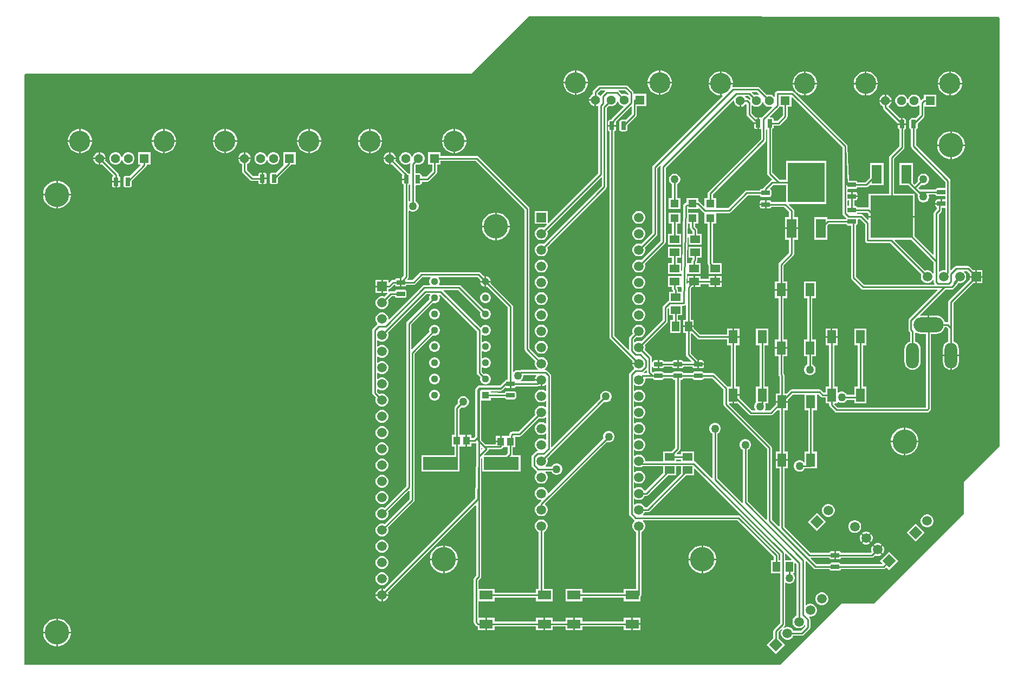
<source format=gtl>
G04*
G04 #@! TF.GenerationSoftware,Altium Limited,Altium Designer,22.1.2 (22)*
G04*
G04 Layer_Physical_Order=1*
G04 Layer_Color=255*
%FSLAX25Y25*%
%MOIN*%
G70*
G04*
G04 #@! TF.SameCoordinates,DBBF1DAF-B7B8-4F0F-8103-75AA92EAAB8F*
G04*
G04*
G04 #@! TF.FilePolarity,Positive*
G04*
G01*
G75*
%ADD17C,0.01000*%
%ADD18R,0.06000X0.04500*%
%ADD19R,0.04500X0.06000*%
%ADD20R,0.05118X0.04528*%
G04:AMPARAMS|DCode=21|XSize=51.18mil|YSize=29.92mil|CornerRadius=3.74mil|HoleSize=0mil|Usage=FLASHONLY|Rotation=180.000|XOffset=0mil|YOffset=0mil|HoleType=Round|Shape=RoundedRectangle|*
%AMROUNDEDRECTD21*
21,1,0.05118,0.02244,0,0,180.0*
21,1,0.04370,0.02992,0,0,180.0*
1,1,0.00748,-0.02185,0.01122*
1,1,0.00748,0.02185,0.01122*
1,1,0.00748,0.02185,-0.01122*
1,1,0.00748,-0.02185,-0.01122*
%
%ADD21ROUNDEDRECTD21*%
%ADD22R,0.21654X0.07874*%
G04:AMPARAMS|DCode=23|XSize=51.18mil|YSize=29.92mil|CornerRadius=3.74mil|HoleSize=0mil|Usage=FLASHONLY|Rotation=90.000|XOffset=0mil|YOffset=0mil|HoleType=Round|Shape=RoundedRectangle|*
%AMROUNDEDRECTD23*
21,1,0.05118,0.02244,0,0,90.0*
21,1,0.04370,0.02992,0,0,90.0*
1,1,0.00748,0.01122,0.02185*
1,1,0.00748,0.01122,-0.02185*
1,1,0.00748,-0.01122,-0.02185*
1,1,0.00748,-0.01122,0.02185*
%
%ADD23ROUNDEDRECTD23*%
%ADD24R,0.06299X0.11811*%
%ADD25R,0.26378X0.26378*%
%ADD26R,0.22835X0.24410*%
%ADD27R,0.06299X0.11811*%
%ADD28R,0.03937X0.05118*%
%ADD29R,0.05512X0.08268*%
%ADD30R,0.08268X0.05512*%
%ADD60P,0.08352X4X180.0*%
%ADD61C,0.05906*%
%ADD62P,0.08352X4X90.0*%
%ADD63R,0.05906X0.05906*%
%ADD64C,0.12898*%
%ADD65C,0.05622*%
%ADD66R,0.05622X0.05622*%
%ADD67R,0.05906X0.05906*%
%ADD68C,0.05900*%
%ADD69R,0.05900X0.05900*%
%ADD70R,0.04449X0.04449*%
%ADD71C,0.04449*%
%ADD72O,0.07874X0.15748*%
%ADD73O,0.18504X0.09252*%
%ADD74C,0.15000*%
%ADD75C,0.05000*%
G36*
X599414Y399000D02*
X600000Y398414D01*
Y397000D01*
Y134841D01*
X577915Y112756D01*
Y92915D01*
X522585Y37585D01*
X502744D01*
X465159Y0D01*
X0D01*
Y363414D01*
X586Y364000D01*
X275000D01*
X310000Y399000D01*
Y399146D01*
X310354Y399499D01*
X599414Y399000D01*
D02*
G37*
%LPC*%
G36*
X391600Y365949D02*
X391366D01*
Y359000D01*
X398315D01*
Y359234D01*
X398029Y360673D01*
X397467Y362028D01*
X396652Y363248D01*
X395615Y364286D01*
X394394Y365101D01*
X393039Y365663D01*
X391600Y365949D01*
D02*
G37*
G36*
X339867D02*
X339634D01*
Y359000D01*
X346583D01*
Y359234D01*
X346296Y360673D01*
X345735Y362028D01*
X344920Y363248D01*
X343882Y364286D01*
X342662Y365101D01*
X341306Y365663D01*
X339867Y365949D01*
D02*
G37*
G36*
X390366D02*
X390133D01*
X388693Y365663D01*
X387338Y365101D01*
X386118Y364286D01*
X385080Y363248D01*
X384265Y362028D01*
X383704Y360673D01*
X383417Y359234D01*
Y359000D01*
X390366D01*
Y365949D01*
D02*
G37*
G36*
X338634D02*
X338400D01*
X336961Y365663D01*
X335606Y365101D01*
X334385Y364286D01*
X333348Y363248D01*
X332533Y362028D01*
X331971Y360673D01*
X331685Y359234D01*
Y359000D01*
X338634D01*
Y365949D01*
D02*
G37*
G36*
X570125Y365449D02*
X569891D01*
Y358500D01*
X576840D01*
Y358734D01*
X576554Y360173D01*
X575992Y361528D01*
X575177Y362748D01*
X574140Y363786D01*
X572920Y364601D01*
X571564Y365163D01*
X570125Y365449D01*
D02*
G37*
G36*
X480862D02*
X480629D01*
Y358500D01*
X487578D01*
Y358734D01*
X487291Y360173D01*
X486730Y361528D01*
X485915Y362748D01*
X484877Y363786D01*
X483657Y364601D01*
X482302Y365163D01*
X480862Y365449D01*
D02*
G37*
G36*
X518393D02*
X518159D01*
Y358500D01*
X525108D01*
Y358734D01*
X524822Y360173D01*
X524260Y361528D01*
X523445Y362748D01*
X522407Y363786D01*
X521187Y364601D01*
X519832Y365163D01*
X518393Y365449D01*
D02*
G37*
G36*
X429130D02*
X428897D01*
Y358500D01*
X435845D01*
Y358734D01*
X435559Y360173D01*
X434998Y361528D01*
X434183Y362748D01*
X433145Y363786D01*
X431925Y364601D01*
X430569Y365163D01*
X429130Y365449D01*
D02*
G37*
G36*
X568891D02*
X568658D01*
X567219Y365163D01*
X565863Y364601D01*
X564643Y363786D01*
X563605Y362748D01*
X562790Y361528D01*
X562229Y360173D01*
X561943Y358734D01*
Y358500D01*
X568891D01*
Y365449D01*
D02*
G37*
G36*
X517159D02*
X516926D01*
X515486Y365163D01*
X514131Y364601D01*
X512911Y363786D01*
X511873Y362748D01*
X511058Y361528D01*
X510497Y360173D01*
X510210Y358734D01*
Y358500D01*
X517159D01*
Y365449D01*
D02*
G37*
G36*
X479629D02*
X479395D01*
X477956Y365163D01*
X476601Y364601D01*
X475381Y363786D01*
X474343Y362748D01*
X473528Y361528D01*
X472966Y360173D01*
X472680Y358734D01*
Y358500D01*
X479629D01*
Y365449D01*
D02*
G37*
G36*
X427897D02*
X427663D01*
X426224Y365163D01*
X424868Y364601D01*
X423648Y363786D01*
X422611Y362748D01*
X421796Y361528D01*
X421234Y360173D01*
X420948Y358734D01*
Y358500D01*
X427897D01*
Y365449D01*
D02*
G37*
G36*
X398315Y358000D02*
X391366D01*
Y351051D01*
X391600D01*
X393039Y351337D01*
X394394Y351899D01*
X395615Y352714D01*
X396652Y353752D01*
X397467Y354972D01*
X398029Y356327D01*
X398315Y357766D01*
Y358000D01*
D02*
G37*
G36*
X390366D02*
X383417D01*
Y357766D01*
X383704Y356327D01*
X384265Y354972D01*
X385080Y353752D01*
X386118Y352714D01*
X387338Y351899D01*
X388693Y351337D01*
X390133Y351051D01*
X390366D01*
Y358000D01*
D02*
G37*
G36*
X346583D02*
X339634D01*
Y351051D01*
X339867D01*
X341306Y351337D01*
X342662Y351899D01*
X343882Y352714D01*
X344920Y353752D01*
X345735Y354972D01*
X346296Y356327D01*
X346583Y357766D01*
Y358000D01*
D02*
G37*
G36*
X338634D02*
X331685D01*
Y357766D01*
X331971Y356327D01*
X332533Y354972D01*
X333348Y353752D01*
X334385Y352714D01*
X335606Y351899D01*
X336961Y351337D01*
X338400Y351051D01*
X338634D01*
Y358000D01*
D02*
G37*
G36*
X576840Y357500D02*
X569891D01*
Y350551D01*
X570125D01*
X571564Y350837D01*
X572920Y351399D01*
X574140Y352214D01*
X575177Y353252D01*
X575992Y354472D01*
X576554Y355827D01*
X576840Y357266D01*
Y357500D01*
D02*
G37*
G36*
X568891D02*
X561943D01*
Y357266D01*
X562229Y355827D01*
X562790Y354472D01*
X563605Y353252D01*
X564643Y352214D01*
X565863Y351399D01*
X567219Y350837D01*
X568658Y350551D01*
X568891D01*
Y357500D01*
D02*
G37*
G36*
X525108D02*
X518159D01*
Y350551D01*
X518393D01*
X519832Y350837D01*
X521187Y351399D01*
X522407Y352214D01*
X523445Y353252D01*
X524260Y354472D01*
X524822Y355827D01*
X525108Y357266D01*
Y357500D01*
D02*
G37*
G36*
X517159D02*
X510210D01*
Y357266D01*
X510497Y355827D01*
X511058Y354472D01*
X511873Y353252D01*
X512911Y352214D01*
X514131Y351399D01*
X515486Y350837D01*
X516926Y350551D01*
X517159D01*
Y357500D01*
D02*
G37*
G36*
X487578D02*
X480629D01*
Y350551D01*
X480862D01*
X482302Y350837D01*
X483657Y351399D01*
X484877Y352214D01*
X485915Y353252D01*
X486730Y354472D01*
X487291Y355827D01*
X487578Y357266D01*
Y357500D01*
D02*
G37*
G36*
X479629D02*
X472680D01*
Y357266D01*
X472966Y355827D01*
X473528Y354472D01*
X474343Y353252D01*
X475381Y352214D01*
X476601Y351399D01*
X477956Y350837D01*
X479395Y350551D01*
X479629D01*
Y357500D01*
D02*
G37*
G36*
X427897D02*
X420948D01*
Y357266D01*
X421234Y355827D01*
X421796Y354472D01*
X422611Y353252D01*
X423648Y352214D01*
X424868Y351399D01*
X426224Y350837D01*
X427663Y350551D01*
X427897D01*
Y357500D01*
D02*
G37*
G36*
X530247Y351142D02*
X530246D01*
Y347831D01*
X533557D01*
Y347832D01*
X533297Y348802D01*
X532795Y349671D01*
X532086Y350380D01*
X531217Y350882D01*
X530247Y351142D01*
D02*
G37*
G36*
X529246D02*
X529244D01*
X528275Y350882D01*
X527406Y350380D01*
X526696Y349671D01*
X526194Y348802D01*
X525935Y347832D01*
Y347831D01*
X529246D01*
Y351142D01*
D02*
G37*
G36*
X350720Y347331D02*
X347409D01*
Y347329D01*
X347669Y346360D01*
X348171Y345491D01*
X348880Y344781D01*
X349749Y344280D01*
X350719Y344020D01*
X350720D01*
Y347331D01*
D02*
G37*
G36*
X370148Y356829D02*
X354000D01*
X353415Y356713D01*
X352919Y356381D01*
X350139Y353602D01*
X349807Y353106D01*
X349691Y352520D01*
Y351348D01*
X348880Y350880D01*
X348171Y350171D01*
X347669Y349302D01*
X347409Y348333D01*
Y348331D01*
X351220D01*
Y347831D01*
X351720D01*
Y344020D01*
X351722D01*
X352571Y344247D01*
X352913Y344070D01*
X353071Y343921D01*
Y302733D01*
X322412Y272075D01*
X321950Y272266D01*
Y279450D01*
X314050D01*
Y271550D01*
X321234D01*
X321425Y271088D01*
X319519Y269182D01*
X318520Y269450D01*
X317480D01*
X316475Y269181D01*
X315575Y268661D01*
X314839Y267925D01*
X314319Y267025D01*
X314050Y266020D01*
Y264980D01*
X314319Y263975D01*
X314839Y263075D01*
X315575Y262339D01*
X316475Y261819D01*
X317480Y261550D01*
X318520D01*
X319525Y261819D01*
X320425Y262339D01*
X321161Y263075D01*
X321681Y263975D01*
X321950Y264980D01*
Y266020D01*
X321682Y267019D01*
X354709Y300046D01*
X355171Y299854D01*
Y294833D01*
X319519Y259182D01*
X318520Y259450D01*
X317480D01*
X316475Y259181D01*
X315575Y258661D01*
X314839Y257925D01*
X314319Y257025D01*
X314050Y256020D01*
Y254980D01*
X314319Y253975D01*
X314839Y253075D01*
X315575Y252339D01*
X316475Y251819D01*
X317480Y251550D01*
X318520D01*
X319525Y251819D01*
X320425Y252339D01*
X321161Y253075D01*
X321681Y253975D01*
X321950Y254980D01*
Y256020D01*
X321682Y257019D01*
X357781Y293119D01*
X358113Y293615D01*
X358229Y294200D01*
Y342834D01*
X359657Y344262D01*
X360561Y344020D01*
X361565D01*
X362534Y344280D01*
X363403Y344781D01*
X364113Y345491D01*
X364614Y346360D01*
X364741Y346833D01*
X365259D01*
X365386Y346360D01*
X365887Y345491D01*
X366597Y344781D01*
X367466Y344280D01*
X368406Y344028D01*
X368546Y343794D01*
X368643Y343558D01*
X361580Y336495D01*
X361557Y336460D01*
X361524Y336435D01*
X361392Y336213D01*
X361248Y335999D01*
X361240Y335958D01*
X361219Y335922D01*
X361101Y335586D01*
X360335D01*
X359798Y335479D01*
X359344Y335176D01*
X359040Y334721D01*
X358934Y334185D01*
Y332500D01*
X361457D01*
X363980D01*
Y334185D01*
X363933Y334420D01*
X363988Y334577D01*
X373257Y343846D01*
X373719Y343654D01*
Y339378D01*
X369877Y335536D01*
X369626Y335586D01*
X367382D01*
X366846Y335479D01*
X366391Y335176D01*
X366088Y334721D01*
X365981Y334185D01*
Y329815D01*
X366088Y329279D01*
X366391Y328824D01*
X366846Y328521D01*
X367382Y328414D01*
X369626D01*
X370162Y328521D01*
X370617Y328824D01*
X370920Y329279D01*
X371027Y329815D01*
Y332360D01*
X376330Y337663D01*
X376661Y338159D01*
X376778Y338744D01*
Y344020D01*
X382591D01*
Y351642D01*
X374969D01*
X374778Y352063D01*
Y352200D01*
X374661Y352785D01*
X374330Y353282D01*
X371230Y356381D01*
X370734Y356713D01*
X370148Y356829D01*
D02*
G37*
G36*
X541079Y336586D02*
X540457D01*
Y333500D01*
X542480D01*
Y335185D01*
X542373Y335721D01*
X542069Y336176D01*
X541615Y336479D01*
X541079Y336586D01*
D02*
G37*
G36*
X533557Y346831D02*
X529746D01*
X525935D01*
Y346829D01*
X526194Y345860D01*
X526696Y344991D01*
X527406Y344281D01*
X528216Y343813D01*
Y343211D01*
X528333Y342625D01*
X528664Y342129D01*
X537294Y333500D01*
X539457D01*
Y336586D01*
X538835D01*
X538584Y336536D01*
X531585Y343534D01*
X531651Y344030D01*
X532086Y344281D01*
X532795Y344991D01*
X533297Y345860D01*
X533557Y346829D01*
Y346831D01*
D02*
G37*
G36*
X450957Y333000D02*
X448934D01*
Y331315D01*
X449040Y330779D01*
X449344Y330324D01*
X449798Y330021D01*
X450335Y329914D01*
X450957D01*
Y333000D01*
D02*
G37*
G36*
X213393Y329949D02*
X213159D01*
Y323000D01*
X220108D01*
Y323234D01*
X219822Y324673D01*
X219260Y326028D01*
X218445Y327248D01*
X217407Y328286D01*
X216188Y329101D01*
X214832Y329663D01*
X213393Y329949D01*
D02*
G37*
G36*
X124130D02*
X123897D01*
Y323000D01*
X130845D01*
Y323234D01*
X130559Y324673D01*
X129998Y326028D01*
X129183Y327248D01*
X128145Y328286D01*
X126925Y329101D01*
X125569Y329663D01*
X124130Y329949D01*
D02*
G37*
G36*
X265125D02*
X264891D01*
Y323000D01*
X271840D01*
Y323234D01*
X271554Y324673D01*
X270992Y326028D01*
X270177Y327248D01*
X269140Y328286D01*
X267920Y329101D01*
X266564Y329663D01*
X265125Y329949D01*
D02*
G37*
G36*
X175862D02*
X175629D01*
Y323000D01*
X182578D01*
Y323234D01*
X182291Y324673D01*
X181730Y326028D01*
X180915Y327248D01*
X179877Y328286D01*
X178657Y329101D01*
X177302Y329663D01*
X175862Y329949D01*
D02*
G37*
G36*
X86600D02*
X86366D01*
Y323000D01*
X93315D01*
Y323234D01*
X93029Y324673D01*
X92467Y326028D01*
X91652Y327248D01*
X90614Y328286D01*
X89394Y329101D01*
X88039Y329663D01*
X86600Y329949D01*
D02*
G37*
G36*
X34867D02*
X34634D01*
Y323000D01*
X41583D01*
Y323234D01*
X41296Y324673D01*
X40735Y326028D01*
X39920Y327248D01*
X38882Y328286D01*
X37662Y329101D01*
X36307Y329663D01*
X34867Y329949D01*
D02*
G37*
G36*
X212159D02*
X211926D01*
X210487Y329663D01*
X209131Y329101D01*
X207911Y328286D01*
X206873Y327248D01*
X206058Y326028D01*
X205497Y324673D01*
X205210Y323234D01*
Y323000D01*
X212159D01*
Y329949D01*
D02*
G37*
G36*
X122897D02*
X122663D01*
X121224Y329663D01*
X119868Y329101D01*
X118648Y328286D01*
X117611Y327248D01*
X116796Y326028D01*
X116234Y324673D01*
X115948Y323234D01*
Y323000D01*
X122897D01*
Y329949D01*
D02*
G37*
G36*
X263891D02*
X263658D01*
X262219Y329663D01*
X260863Y329101D01*
X259643Y328286D01*
X258606Y327248D01*
X257790Y326028D01*
X257229Y324673D01*
X256943Y323234D01*
Y323000D01*
X263891D01*
Y329949D01*
D02*
G37*
G36*
X174629D02*
X174395D01*
X172956Y329663D01*
X171600Y329101D01*
X170380Y328286D01*
X169343Y327248D01*
X168528Y326028D01*
X167966Y324673D01*
X167680Y323234D01*
Y323000D01*
X174629D01*
Y329949D01*
D02*
G37*
G36*
X85366D02*
X85133D01*
X83693Y329663D01*
X82338Y329101D01*
X81118Y328286D01*
X80080Y327248D01*
X79265Y326028D01*
X78704Y324673D01*
X78417Y323234D01*
Y323000D01*
X85366D01*
Y329949D01*
D02*
G37*
G36*
X33634D02*
X33400D01*
X31961Y329663D01*
X30606Y329101D01*
X29386Y328286D01*
X28348Y327248D01*
X27533Y326028D01*
X26971Y324673D01*
X26685Y323234D01*
Y323000D01*
X33634D01*
Y329949D01*
D02*
G37*
G36*
X570837Y328500D02*
X570500D01*
Y320500D01*
X578500D01*
Y320837D01*
X578173Y322479D01*
X577533Y324026D01*
X576602Y325418D01*
X575418Y326602D01*
X574026Y327533D01*
X572479Y328173D01*
X570837Y328500D01*
D02*
G37*
G36*
X569500D02*
X569163D01*
X567521Y328173D01*
X565974Y327533D01*
X564582Y326602D01*
X563398Y325418D01*
X562467Y324026D01*
X561827Y322479D01*
X561500Y320837D01*
Y320500D01*
X569500D01*
Y328500D01*
D02*
G37*
G36*
X271840Y322000D02*
X264891D01*
Y315051D01*
X265125D01*
X266564Y315337D01*
X267920Y315899D01*
X269140Y316714D01*
X270177Y317752D01*
X270992Y318972D01*
X271554Y320327D01*
X271840Y321766D01*
Y322000D01*
D02*
G37*
G36*
X263891D02*
X256943D01*
Y321766D01*
X257229Y320327D01*
X257790Y318972D01*
X258606Y317752D01*
X259643Y316714D01*
X260863Y315899D01*
X262219Y315337D01*
X263658Y315051D01*
X263891D01*
Y322000D01*
D02*
G37*
G36*
X220108D02*
X213159D01*
Y315051D01*
X213393D01*
X214832Y315337D01*
X216188Y315899D01*
X217407Y316714D01*
X218445Y317752D01*
X219260Y318972D01*
X219822Y320327D01*
X220108Y321766D01*
Y322000D01*
D02*
G37*
G36*
X212159D02*
X205210D01*
Y321766D01*
X205497Y320327D01*
X206058Y318972D01*
X206873Y317752D01*
X207911Y316714D01*
X209131Y315899D01*
X210487Y315337D01*
X211926Y315051D01*
X212159D01*
Y322000D01*
D02*
G37*
G36*
X182578D02*
X175629D01*
Y315051D01*
X175862D01*
X177302Y315337D01*
X178657Y315899D01*
X179877Y316714D01*
X180915Y317752D01*
X181730Y318972D01*
X182291Y320327D01*
X182578Y321766D01*
Y322000D01*
D02*
G37*
G36*
X174629D02*
X167680D01*
Y321766D01*
X167966Y320327D01*
X168528Y318972D01*
X169343Y317752D01*
X170380Y316714D01*
X171600Y315899D01*
X172956Y315337D01*
X174395Y315051D01*
X174629D01*
Y322000D01*
D02*
G37*
G36*
X130845D02*
X123897D01*
Y315051D01*
X124130D01*
X125569Y315337D01*
X126925Y315899D01*
X128145Y316714D01*
X129183Y317752D01*
X129998Y318972D01*
X130559Y320327D01*
X130845Y321766D01*
Y322000D01*
D02*
G37*
G36*
X122897D02*
X115948D01*
Y321766D01*
X116234Y320327D01*
X116796Y318972D01*
X117611Y317752D01*
X118648Y316714D01*
X119868Y315899D01*
X121224Y315337D01*
X122663Y315051D01*
X122897D01*
Y322000D01*
D02*
G37*
G36*
X93315D02*
X86366D01*
Y315051D01*
X86600D01*
X88039Y315337D01*
X89394Y315899D01*
X90614Y316714D01*
X91652Y317752D01*
X92467Y318972D01*
X93029Y320327D01*
X93315Y321766D01*
Y322000D01*
D02*
G37*
G36*
X85366D02*
X78417D01*
Y321766D01*
X78704Y320327D01*
X79265Y318972D01*
X80080Y317752D01*
X81118Y316714D01*
X82338Y315899D01*
X83693Y315337D01*
X85133Y315051D01*
X85366D01*
Y322000D01*
D02*
G37*
G36*
X41583D02*
X34634D01*
Y315051D01*
X34867D01*
X36307Y315337D01*
X37662Y315899D01*
X38882Y316714D01*
X39920Y317752D01*
X40735Y318972D01*
X41296Y320327D01*
X41583Y321766D01*
Y322000D01*
D02*
G37*
G36*
X33634D02*
X26685D01*
Y321766D01*
X26971Y320327D01*
X27533Y318972D01*
X28348Y317752D01*
X29386Y316714D01*
X30606Y315899D01*
X31961Y315337D01*
X33400Y315051D01*
X33634D01*
Y322000D01*
D02*
G37*
G36*
X153701Y315642D02*
X152698D01*
X151729Y315382D01*
X150860Y314880D01*
X150150Y314171D01*
X149648Y313302D01*
X149521Y312828D01*
X149004D01*
X148877Y313302D01*
X148375Y314171D01*
X147666Y314880D01*
X146797Y315382D01*
X145827Y315642D01*
X144824D01*
X143855Y315382D01*
X142986Y314880D01*
X142276Y314171D01*
X141774Y313302D01*
X141515Y312333D01*
Y311329D01*
X141774Y310360D01*
X142276Y309491D01*
X142986Y308781D01*
X143855Y308279D01*
X144824Y308020D01*
X145827D01*
X146797Y308279D01*
X147666Y308781D01*
X148375Y309491D01*
X148877Y310360D01*
X149004Y310833D01*
X149521D01*
X149648Y310360D01*
X150150Y309491D01*
X150860Y308781D01*
X151729Y308279D01*
X152698Y308020D01*
X153701D01*
X154671Y308279D01*
X155540Y308781D01*
X156249Y309491D01*
X156751Y310360D01*
X157011Y311329D01*
Y312333D01*
X156751Y313302D01*
X156249Y314171D01*
X155540Y314880D01*
X154671Y315382D01*
X153701Y315642D01*
D02*
G37*
G36*
X64439D02*
X63435D01*
X62466Y315382D01*
X61597Y314880D01*
X60887Y314171D01*
X60386Y313302D01*
X60259Y312828D01*
X59741D01*
X59614Y313302D01*
X59113Y314171D01*
X58403Y314880D01*
X57534Y315382D01*
X56565Y315642D01*
X55561D01*
X54592Y315382D01*
X53723Y314880D01*
X53013Y314171D01*
X52512Y313302D01*
X52252Y312333D01*
Y311329D01*
X52512Y310360D01*
X53013Y309491D01*
X53723Y308781D01*
X54592Y308279D01*
X55561Y308020D01*
X56565D01*
X57534Y308279D01*
X58403Y308781D01*
X59113Y309491D01*
X59614Y310360D01*
X59741Y310833D01*
X60259D01*
X60386Y310360D01*
X60887Y309491D01*
X61597Y308781D01*
X62466Y308279D01*
X63435Y308020D01*
X64439D01*
X65408Y308279D01*
X66277Y308781D01*
X66987Y309491D01*
X67488Y310360D01*
X67748Y311329D01*
Y312333D01*
X67488Y313302D01*
X66987Y314171D01*
X66277Y314880D01*
X65408Y315382D01*
X64439Y315642D01*
D02*
G37*
G36*
X225248D02*
X225246D01*
Y312331D01*
X228557D01*
Y312333D01*
X228297Y313302D01*
X227795Y314171D01*
X227086Y314880D01*
X226217Y315382D01*
X225248Y315642D01*
D02*
G37*
G36*
X135985D02*
X135983D01*
Y312331D01*
X139294D01*
Y312333D01*
X139034Y313302D01*
X138533Y314171D01*
X137823Y314880D01*
X136954Y315382D01*
X135985Y315642D01*
D02*
G37*
G36*
X46722D02*
X46720D01*
Y312331D01*
X50031D01*
Y312333D01*
X49772Y313302D01*
X49270Y314171D01*
X48560Y314880D01*
X47691Y315382D01*
X46722Y315642D01*
D02*
G37*
G36*
X224246D02*
X224244D01*
X223275Y315382D01*
X222406Y314880D01*
X221696Y314171D01*
X221195Y313302D01*
X220935Y312333D01*
Y312331D01*
X224246D01*
Y315642D01*
D02*
G37*
G36*
X134983D02*
X134982D01*
X134012Y315382D01*
X133143Y314880D01*
X132434Y314171D01*
X131932Y313302D01*
X131672Y312333D01*
Y312331D01*
X134983D01*
Y315642D01*
D02*
G37*
G36*
X45720D02*
X45719D01*
X44749Y315382D01*
X43880Y314880D01*
X43171Y314171D01*
X42669Y313302D01*
X42409Y312333D01*
Y312331D01*
X45720D01*
Y315642D01*
D02*
G37*
G36*
X578500Y319500D02*
X570500D01*
Y311500D01*
X570837D01*
X572479Y311827D01*
X574026Y312467D01*
X575418Y313398D01*
X576602Y314582D01*
X577533Y315974D01*
X578173Y317521D01*
X578500Y319163D01*
Y319500D01*
D02*
G37*
G36*
X569500D02*
X561500D01*
Y319163D01*
X561827Y317521D01*
X562467Y315974D01*
X563398Y314582D01*
X564582Y313398D01*
X565974Y312467D01*
X567521Y311827D01*
X569163Y311500D01*
X569500D01*
Y319500D01*
D02*
G37*
G36*
X166853Y315642D02*
X159231D01*
Y308020D01*
X159231D01*
X159416Y307575D01*
X154877Y303036D01*
X154626Y303086D01*
X152382D01*
X151846Y302979D01*
X151391Y302676D01*
X151088Y302221D01*
X150981Y301685D01*
Y297315D01*
X151088Y296779D01*
X151391Y296324D01*
X151846Y296021D01*
X152382Y295914D01*
X154626D01*
X155162Y296021D01*
X155617Y296324D01*
X155920Y296779D01*
X156027Y297315D01*
Y299860D01*
X163581Y307415D01*
X163913Y307911D01*
X163935Y308020D01*
X166853D01*
Y315642D01*
D02*
G37*
G36*
X256116D02*
X248494D01*
Y308020D01*
X250871D01*
Y304033D01*
X247366Y300529D01*
X244527D01*
Y301185D01*
X244420Y301721D01*
X244117Y302176D01*
X243662Y302479D01*
X243126Y302586D01*
X240882D01*
X240529Y302875D01*
Y307735D01*
X241056Y308262D01*
X241961Y308020D01*
X242964D01*
X243933Y308279D01*
X244802Y308781D01*
X245512Y309491D01*
X246014Y310360D01*
X246273Y311329D01*
Y312333D01*
X246014Y313302D01*
X245512Y314171D01*
X244802Y314880D01*
X243933Y315382D01*
X242964Y315642D01*
X241961D01*
X240991Y315382D01*
X240122Y314880D01*
X239413Y314171D01*
X238911Y313302D01*
X238784Y312828D01*
X238266D01*
X238140Y313302D01*
X237638Y314171D01*
X236928Y314880D01*
X236059Y315382D01*
X235090Y315642D01*
X234086D01*
X233117Y315382D01*
X232248Y314880D01*
X231539Y314171D01*
X231037Y313302D01*
X230777Y312333D01*
Y311329D01*
X231037Y310360D01*
X231539Y309491D01*
X232248Y308781D01*
X233117Y308279D01*
X234086Y308020D01*
X235090D01*
X236059Y308279D01*
X236928Y308781D01*
X237071Y308924D01*
X237532Y308678D01*
X237471Y308368D01*
Y302463D01*
X237324Y302358D01*
X236971Y302242D01*
X236615Y302479D01*
X236121Y302578D01*
X236038Y302701D01*
X228315Y310425D01*
X228557Y311329D01*
Y311331D01*
X225246D01*
Y308020D01*
X225248D01*
X226152Y308262D01*
X232601Y301812D01*
X232540Y301721D01*
X232434Y301185D01*
Y299500D01*
X234957D01*
Y298500D01*
X232434D01*
Y296815D01*
X232540Y296279D01*
X232844Y295824D01*
X233298Y295521D01*
X233427Y295495D01*
Y239594D01*
X232000Y238167D01*
Y235504D01*
Y232981D01*
X233685D01*
X234221Y233088D01*
X234676Y233391D01*
X234979Y233846D01*
X235005Y233975D01*
X239500D01*
X240085Y234091D01*
X240581Y234423D01*
X244830Y238671D01*
X249774D01*
X249981Y238171D01*
X249790Y237980D01*
X249365Y237245D01*
X249146Y236424D01*
Y235576D01*
X249365Y234755D01*
X249669Y234229D01*
X249410Y233729D01*
X246100D01*
X245515Y233613D01*
X245019Y233281D01*
X224453Y212716D01*
X223953Y212923D01*
Y213520D01*
X223683Y214526D01*
X223163Y215427D01*
X222427Y216163D01*
X221526Y216683D01*
X220520Y216953D01*
X219480D01*
X218474Y216683D01*
X217573Y216163D01*
X216837Y215427D01*
X216317Y214526D01*
X216047Y213520D01*
Y212480D01*
X216317Y211474D01*
X216837Y210573D01*
X217104Y210306D01*
X217040Y209663D01*
X216919Y209581D01*
X214419Y207081D01*
X214087Y206585D01*
X213971Y206000D01*
Y167500D01*
X214087Y166915D01*
X214419Y166419D01*
X216316Y164522D01*
X216047Y163520D01*
Y162480D01*
X216317Y161474D01*
X216837Y160573D01*
X217573Y159837D01*
X218474Y159317D01*
X219480Y159047D01*
X220520D01*
X221526Y159317D01*
X222427Y159837D01*
X223163Y160573D01*
X223683Y161474D01*
X223953Y162480D01*
Y163520D01*
X223683Y164526D01*
X223163Y165427D01*
X222427Y166163D01*
X221526Y166683D01*
X220520Y166953D01*
X219480D01*
X218478Y166684D01*
X217029Y168133D01*
Y169727D01*
X217491Y169919D01*
X217573Y169837D01*
X218474Y169317D01*
X219480Y169047D01*
X220520D01*
X221526Y169317D01*
X222427Y169837D01*
X223163Y170573D01*
X223683Y171474D01*
X223953Y172480D01*
Y173520D01*
X223683Y174526D01*
X223163Y175427D01*
X222427Y176163D01*
X221526Y176683D01*
X220520Y176953D01*
X219480D01*
X218474Y176683D01*
X217573Y176163D01*
X217491Y176081D01*
X217029Y176273D01*
Y179727D01*
X217491Y179919D01*
X217573Y179837D01*
X218474Y179317D01*
X219480Y179047D01*
X220520D01*
X221526Y179317D01*
X222427Y179837D01*
X223163Y180573D01*
X223683Y181474D01*
X223953Y182480D01*
Y183520D01*
X223683Y184526D01*
X223163Y185427D01*
X222427Y186163D01*
X221526Y186683D01*
X220520Y186953D01*
X219480D01*
X218474Y186683D01*
X217573Y186163D01*
X217491Y186081D01*
X217029Y186273D01*
Y189727D01*
X217491Y189919D01*
X217573Y189837D01*
X218474Y189317D01*
X219480Y189047D01*
X220520D01*
X221526Y189317D01*
X222427Y189837D01*
X223163Y190573D01*
X223683Y191474D01*
X223953Y192480D01*
Y193520D01*
X223683Y194526D01*
X223163Y195427D01*
X222427Y196163D01*
X221526Y196683D01*
X220520Y196953D01*
X219480D01*
X218474Y196683D01*
X217573Y196163D01*
X217491Y196081D01*
X217029Y196273D01*
Y199727D01*
X217491Y199919D01*
X217573Y199837D01*
X218474Y199317D01*
X219480Y199047D01*
X220520D01*
X221526Y199317D01*
X222427Y199837D01*
X223163Y200573D01*
X223683Y201474D01*
X223953Y202480D01*
Y203520D01*
X223685Y204522D01*
X247433Y228271D01*
X249410D01*
X249669Y227771D01*
X249365Y227245D01*
X249146Y226425D01*
Y225575D01*
X249280Y225073D01*
X235419Y211211D01*
X235087Y210715D01*
X234971Y210130D01*
Y110134D01*
X221522Y96684D01*
X220520Y96953D01*
X219480D01*
X218474Y96683D01*
X217573Y96163D01*
X216837Y95427D01*
X216317Y94526D01*
X216047Y93520D01*
Y92480D01*
X216317Y91474D01*
X216837Y90573D01*
X217573Y89837D01*
X218474Y89317D01*
X219480Y89047D01*
X220520D01*
X221526Y89317D01*
X222427Y89837D01*
X223163Y90573D01*
X223683Y91474D01*
X223953Y92480D01*
Y93520D01*
X223685Y94522D01*
X236509Y107346D01*
X236971Y107154D01*
Y102134D01*
X221522Y86685D01*
X220520Y86953D01*
X219480D01*
X218474Y86683D01*
X217573Y86163D01*
X216837Y85427D01*
X216317Y84526D01*
X216047Y83520D01*
Y82480D01*
X216317Y81474D01*
X216837Y80573D01*
X217573Y79837D01*
X218474Y79317D01*
X219480Y79047D01*
X220520D01*
X221526Y79317D01*
X222427Y79837D01*
X223163Y80573D01*
X223683Y81474D01*
X223953Y82480D01*
Y83520D01*
X223685Y84522D01*
X239581Y100419D01*
X239913Y100915D01*
X240029Y101500D01*
Y191497D01*
X251443Y202910D01*
X251945Y202776D01*
X252795D01*
X253615Y202995D01*
X254350Y203420D01*
X254950Y204020D01*
X255375Y204755D01*
X255594Y205575D01*
Y206424D01*
X255375Y207245D01*
X254950Y207980D01*
X254350Y208580D01*
X253615Y209005D01*
X252795Y209224D01*
X251945D01*
X251125Y209005D01*
X250390Y208580D01*
X249790Y207980D01*
X249365Y207245D01*
X249146Y206424D01*
Y205575D01*
X249280Y205073D01*
X238491Y194284D01*
X238029Y194476D01*
Y209496D01*
X251443Y222910D01*
X251945Y222776D01*
X252795D01*
X253615Y222995D01*
X254350Y223420D01*
X254950Y224020D01*
X255375Y224755D01*
X255594Y225575D01*
Y226425D01*
X255375Y227245D01*
X255279Y227411D01*
X255540Y227958D01*
X255748Y227990D01*
X278371Y205366D01*
Y179730D01*
X278487Y179145D01*
X278819Y178649D01*
X280540Y176927D01*
X280406Y176425D01*
Y175575D01*
X280625Y174755D01*
X281050Y174020D01*
X281650Y173420D01*
X282385Y172995D01*
X283206Y172776D01*
X284054D01*
X284875Y172995D01*
X285610Y173420D01*
X286210Y174020D01*
X286635Y174755D01*
X286854Y175575D01*
Y176425D01*
X286635Y177245D01*
X286210Y177980D01*
X285610Y178580D01*
X284875Y179005D01*
X284054Y179224D01*
X283206D01*
X282703Y179090D01*
X281429Y180364D01*
Y182970D01*
X281929Y183259D01*
X282385Y182995D01*
X283206Y182776D01*
X284054D01*
X284875Y182995D01*
X285610Y183420D01*
X286210Y184020D01*
X286635Y184755D01*
X286854Y185575D01*
Y186425D01*
X286635Y187245D01*
X286210Y187980D01*
X285610Y188580D01*
X284875Y189005D01*
X284054Y189224D01*
X283206D01*
X282385Y189005D01*
X281929Y188741D01*
X281429Y189030D01*
Y192970D01*
X281929Y193259D01*
X282385Y192995D01*
X283206Y192776D01*
X284054D01*
X284875Y192995D01*
X285610Y193420D01*
X286210Y194020D01*
X286635Y194755D01*
X286854Y195575D01*
Y196424D01*
X286635Y197245D01*
X286210Y197980D01*
X285610Y198580D01*
X284875Y199005D01*
X284054Y199224D01*
X283206D01*
X282385Y199005D01*
X281929Y198741D01*
X281429Y199030D01*
Y202970D01*
X281929Y203259D01*
X282385Y202995D01*
X283206Y202776D01*
X284054D01*
X284875Y202995D01*
X285610Y203420D01*
X286210Y204020D01*
X286635Y204755D01*
X286854Y205575D01*
Y206424D01*
X286635Y207245D01*
X286210Y207980D01*
X285610Y208580D01*
X284875Y209005D01*
X284054Y209224D01*
X283206D01*
X282385Y209005D01*
X281650Y208580D01*
X281050Y207980D01*
X280901Y207723D01*
X280406Y207657D01*
X257854Y230209D01*
X258046Y230671D01*
X266796D01*
X280540Y216927D01*
X280406Y216424D01*
Y215576D01*
X280625Y214755D01*
X281050Y214020D01*
X281650Y213420D01*
X282385Y212995D01*
X283206Y212776D01*
X284054D01*
X284875Y212995D01*
X285610Y213420D01*
X286210Y214020D01*
X286635Y214755D01*
X286854Y215576D01*
Y216424D01*
X286635Y217245D01*
X286210Y217980D01*
X285610Y218580D01*
X284875Y219005D01*
X284054Y219224D01*
X283206D01*
X282703Y219090D01*
X268511Y233281D01*
X268015Y233613D01*
X267430Y233729D01*
X255330D01*
X255071Y234229D01*
X255375Y234755D01*
X255594Y235576D01*
Y236424D01*
X255375Y237245D01*
X254950Y237980D01*
X254759Y238171D01*
X254966Y238671D01*
X278797D01*
X280540Y236927D01*
X280426Y236500D01*
X283130D01*
Y239204D01*
X282703Y239090D01*
X280511Y241281D01*
X280015Y241613D01*
X279430Y241729D01*
X244196D01*
X243611Y241613D01*
X243115Y241281D01*
X238866Y237033D01*
X235846D01*
X235654Y237495D01*
X236038Y237879D01*
X236370Y238375D01*
X236486Y238961D01*
Y279416D01*
X236986Y279621D01*
X237649Y279239D01*
X238539Y279000D01*
X239461D01*
X240351Y279239D01*
X241149Y279699D01*
X241801Y280351D01*
X242262Y281149D01*
X242500Y282039D01*
Y282961D01*
X242262Y283851D01*
X241801Y284649D01*
X241149Y285301D01*
X240529Y285659D01*
Y295125D01*
X240882Y295414D01*
X243126D01*
X243662Y295521D01*
X244117Y295824D01*
X244420Y296279D01*
X244527Y296815D01*
Y297471D01*
X248000D01*
X248585Y297587D01*
X249081Y297919D01*
X253481Y302319D01*
X253813Y302815D01*
X253929Y303400D01*
Y308020D01*
X256116D01*
Y310301D01*
X277636D01*
X307771Y280167D01*
Y194200D01*
X307887Y193615D01*
X308219Y193119D01*
X314318Y187019D01*
X314050Y186020D01*
Y184980D01*
X314319Y183975D01*
X314839Y183075D01*
X315575Y182339D01*
X316111Y182029D01*
X315977Y181529D01*
X305500D01*
X304915Y181413D01*
X304735Y181293D01*
X303961Y181500D01*
X303039D01*
X302149Y181262D01*
X301351Y180801D01*
X301029Y180479D01*
X300529Y180686D01*
Y220630D01*
X300413Y221215D01*
X300081Y221711D01*
X286720Y235073D01*
X286834Y235500D01*
X284130D01*
Y232796D01*
X284557Y232910D01*
X297471Y219997D01*
Y175527D01*
X296815D01*
X296279Y175420D01*
X295824Y175117D01*
X295521Y174662D01*
X295478Y174449D01*
X295319Y174417D01*
X294823Y174085D01*
X292766Y172029D01*
X280000D01*
X279415Y171913D01*
X278919Y171581D01*
X277871Y170534D01*
X277540Y170038D01*
X277423Y169453D01*
Y140633D01*
X276319Y139529D01*
X274921D01*
Y141559D01*
X272453D01*
Y138000D01*
Y134441D01*
X274921D01*
Y136471D01*
X276953D01*
X277471Y136574D01*
X277754Y136472D01*
X277971Y136356D01*
Y128416D01*
X277436Y102599D01*
X221522Y46685D01*
X220520Y46953D01*
X220500D01*
Y43500D01*
X223953D01*
Y43520D01*
X223685Y44522D01*
X277509Y98346D01*
X277971Y98154D01*
Y54934D01*
X276877Y53840D01*
X276545Y53343D01*
X276429Y52758D01*
Y26184D01*
X276545Y25598D01*
X276877Y25102D01*
X277919Y24060D01*
X278415Y23729D01*
X278953Y23622D01*
Y21386D01*
X283587D01*
Y25142D01*
Y28898D01*
X279488D01*
Y39102D01*
X289220D01*
Y41329D01*
X314779D01*
Y39102D01*
X325047D01*
Y46614D01*
X319529D01*
Y81822D01*
X320425Y82339D01*
X321161Y83075D01*
X321681Y83975D01*
X321950Y84980D01*
Y86020D01*
X321681Y87025D01*
X321161Y87925D01*
X320425Y88661D01*
X319525Y89181D01*
X318520Y89450D01*
X317480D01*
X316475Y89181D01*
X315575Y88661D01*
X314839Y87925D01*
X314319Y87025D01*
X314050Y86020D01*
Y84980D01*
X314319Y83975D01*
X314839Y83075D01*
X315575Y82339D01*
X316471Y81822D01*
Y46614D01*
X314779D01*
Y44388D01*
X289220D01*
Y46614D01*
X279488D01*
Y52125D01*
X280581Y53219D01*
X280913Y53715D01*
X281029Y54300D01*
Y127343D01*
X281075Y127374D01*
X281575Y127106D01*
Y119063D01*
X305228D01*
Y128937D01*
X300870D01*
X300460Y129437D01*
X300482Y129551D01*
Y133941D01*
X301921D01*
Y140471D01*
X304500D01*
X305085Y140587D01*
X305581Y140919D01*
X316481Y151818D01*
X317480Y151550D01*
X318520D01*
X319525Y151819D01*
X320425Y152339D01*
X320509Y152422D01*
X320971Y152231D01*
Y148769D01*
X320509Y148577D01*
X320425Y148661D01*
X319525Y149181D01*
X318520Y149450D01*
X317480D01*
X316475Y149181D01*
X315575Y148661D01*
X314839Y147925D01*
X314319Y147025D01*
X314050Y146020D01*
Y144980D01*
X314319Y143975D01*
X314839Y143075D01*
X315575Y142339D01*
X316475Y141819D01*
X317480Y141550D01*
X318520D01*
X319525Y141819D01*
X320425Y142339D01*
X320509Y142422D01*
X320971Y142231D01*
Y138769D01*
X320509Y138577D01*
X320425Y138661D01*
X319525Y139181D01*
X318520Y139450D01*
X317480D01*
X316475Y139181D01*
X315575Y138661D01*
X314839Y137925D01*
X314319Y137025D01*
X314050Y136020D01*
Y134980D01*
X314319Y133975D01*
X314839Y133075D01*
X315575Y132339D01*
X316111Y132029D01*
X315977Y131529D01*
X315500D01*
X314915Y131413D01*
X314419Y131081D01*
X312419Y129081D01*
X312087Y128585D01*
X311971Y128000D01*
Y123000D01*
X312087Y122415D01*
X312419Y121919D01*
X314919Y119419D01*
X315368Y119119D01*
X315432Y118977D01*
X315488Y118707D01*
X315478Y118565D01*
X314839Y117925D01*
X314319Y117025D01*
X314050Y116020D01*
Y114980D01*
X314319Y113975D01*
X314839Y113075D01*
X315575Y112339D01*
X316475Y111819D01*
X317480Y111550D01*
X318520D01*
X319525Y111819D01*
X320425Y112339D01*
X321161Y113075D01*
X321681Y113975D01*
X321950Y114980D01*
Y116020D01*
X321681Y117025D01*
X321161Y117925D01*
X320616Y118471D01*
X320823Y118971D01*
X324241D01*
X324599Y118351D01*
X325251Y117699D01*
X326049Y117238D01*
X326939Y117000D01*
X327861D01*
X328751Y117238D01*
X329549Y117699D01*
X330201Y118351D01*
X330662Y119149D01*
X330900Y120039D01*
Y120961D01*
X330662Y121851D01*
X330201Y122649D01*
X329549Y123301D01*
X328751Y123761D01*
X327861Y124000D01*
X326939D01*
X326049Y123761D01*
X325251Y123301D01*
X324599Y122649D01*
X324241Y122029D01*
X320823D01*
X320616Y122529D01*
X321161Y123075D01*
X321681Y123975D01*
X321950Y124980D01*
Y126020D01*
X321682Y127019D01*
X356548Y161885D01*
X357239Y161700D01*
X358161D01*
X359051Y161939D01*
X359849Y162399D01*
X360501Y163051D01*
X360962Y163849D01*
X361200Y164739D01*
Y165661D01*
X360962Y166551D01*
X360501Y167349D01*
X359849Y168001D01*
X359051Y168462D01*
X358161Y168700D01*
X357239D01*
X356349Y168462D01*
X355551Y168001D01*
X354899Y167349D01*
X354438Y166551D01*
X354200Y165661D01*
Y164739D01*
X354385Y164048D01*
X324491Y134154D01*
X324029Y134346D01*
Y178000D01*
X323913Y178585D01*
X323581Y179081D01*
X321581Y181081D01*
X321085Y181413D01*
X320500Y181529D01*
X320023D01*
X319889Y182029D01*
X320425Y182339D01*
X321161Y183075D01*
X321681Y183975D01*
X321950Y184980D01*
Y186020D01*
X321681Y187025D01*
X321161Y187925D01*
X320425Y188661D01*
X319525Y189181D01*
X318520Y189450D01*
X317480D01*
X316481Y189182D01*
X310829Y194834D01*
Y280800D01*
X310713Y281385D01*
X310381Y281881D01*
X279351Y312912D01*
X278854Y313244D01*
X278269Y313360D01*
X256116D01*
Y315642D01*
D02*
G37*
G36*
X224246Y311331D02*
X220935D01*
Y311329D01*
X221195Y310360D01*
X221696Y309491D01*
X222406Y308781D01*
X223275Y308279D01*
X224244Y308020D01*
X224246D01*
Y311331D01*
D02*
G37*
G36*
X45720D02*
X42409D01*
Y311329D01*
X42669Y310360D01*
X43171Y309491D01*
X43880Y308781D01*
X44749Y308279D01*
X45719Y308020D01*
X45720D01*
Y311331D01*
D02*
G37*
G36*
X77591Y315642D02*
X69969D01*
Y308020D01*
X71208D01*
X71399Y307558D01*
X64877Y301036D01*
X64626Y301086D01*
X62382D01*
X61846Y300979D01*
X61391Y300676D01*
X61088Y300221D01*
X60981Y299685D01*
Y295315D01*
X61088Y294779D01*
X61391Y294324D01*
X61846Y294021D01*
X62382Y293914D01*
X64626D01*
X65162Y294021D01*
X65617Y294324D01*
X65920Y294779D01*
X66027Y295315D01*
Y297860D01*
X74861Y306694D01*
X75193Y307190D01*
X75309Y307776D01*
Y308020D01*
X77591D01*
Y315642D01*
D02*
G37*
G36*
X147579Y303086D02*
X146957D01*
Y300000D01*
X148980D01*
Y301685D01*
X148873Y302221D01*
X148569Y302676D01*
X148115Y302979D01*
X147579Y303086D01*
D02*
G37*
G36*
X50031Y311331D02*
X46720D01*
Y308020D01*
X46722D01*
X47626Y308262D01*
X54504Y301384D01*
X54441Y300740D01*
X54344Y300676D01*
X54040Y300221D01*
X53934Y299685D01*
Y298000D01*
X56457D01*
X58980D01*
Y299685D01*
X58873Y300221D01*
X58569Y300676D01*
X58115Y300979D01*
X57986Y301005D01*
Y301595D01*
X57870Y302180D01*
X57538Y302676D01*
X49789Y310425D01*
X50031Y311329D01*
Y311331D01*
D02*
G37*
G36*
X148980Y299000D02*
X146957D01*
Y295914D01*
X147579D01*
X148115Y296021D01*
X148569Y296324D01*
X148873Y296779D01*
X148980Y297315D01*
Y299000D01*
D02*
G37*
G36*
X139294Y311331D02*
X135483D01*
X131672D01*
Y311329D01*
X131932Y310360D01*
X132434Y309491D01*
X133143Y308781D01*
X133954Y308313D01*
Y304000D01*
X134070Y303415D01*
X134402Y302919D01*
X138902Y298419D01*
X139398Y298087D01*
X139983Y297971D01*
X143934D01*
Y297315D01*
X144040Y296779D01*
X144344Y296324D01*
X144798Y296021D01*
X145335Y295914D01*
X145957D01*
Y299500D01*
Y303086D01*
X145335D01*
X144798Y302979D01*
X144344Y302676D01*
X144040Y302221D01*
X143934Y301685D01*
Y301029D01*
X140617D01*
X137013Y304633D01*
Y308313D01*
X137823Y308781D01*
X138533Y309491D01*
X139034Y310360D01*
X139294Y311329D01*
Y311331D01*
D02*
G37*
G36*
X58980Y297000D02*
X56957D01*
Y293914D01*
X57579D01*
X58115Y294021D01*
X58569Y294324D01*
X58873Y294779D01*
X58980Y295315D01*
Y297000D01*
D02*
G37*
G36*
X55957D02*
X53934D01*
Y295315D01*
X54040Y294779D01*
X54344Y294324D01*
X54798Y294021D01*
X55335Y293914D01*
X55957D01*
Y297000D01*
D02*
G37*
G36*
X20837Y298000D02*
X20500D01*
Y290000D01*
X28500D01*
Y290337D01*
X28173Y291979D01*
X27533Y293526D01*
X26602Y294918D01*
X25418Y296102D01*
X24026Y297033D01*
X22479Y297673D01*
X20837Y298000D01*
D02*
G37*
G36*
X19500D02*
X19163D01*
X17521Y297673D01*
X15974Y297033D01*
X14582Y296102D01*
X13398Y294918D01*
X12467Y293526D01*
X11827Y291979D01*
X11500Y290337D01*
Y290000D01*
X19500D01*
Y298000D01*
D02*
G37*
G36*
X511185Y291019D02*
X509500D01*
Y288996D01*
X512586D01*
Y289618D01*
X512479Y290154D01*
X512176Y290609D01*
X511721Y290912D01*
X511185Y291019D01*
D02*
G37*
G36*
X563500Y286519D02*
X561815D01*
X561279Y286412D01*
X560824Y286109D01*
X560521Y285654D01*
X560414Y285118D01*
Y284496D01*
X563500D01*
Y286519D01*
D02*
G37*
G36*
X455500Y286019D02*
X453815D01*
X453279Y285912D01*
X452824Y285609D01*
X452521Y285154D01*
X452414Y284618D01*
Y283996D01*
X455500D01*
Y286019D01*
D02*
G37*
G36*
X28500Y289000D02*
X20500D01*
Y281000D01*
X20837D01*
X22479Y281327D01*
X24026Y281967D01*
X25418Y282898D01*
X26602Y284082D01*
X27533Y285474D01*
X28173Y287021D01*
X28500Y288663D01*
Y289000D01*
D02*
G37*
G36*
X19500D02*
X11500D01*
Y288663D01*
X11827Y287021D01*
X12467Y285474D01*
X13398Y284082D01*
X14582Y282898D01*
X15974Y281967D01*
X17521Y281327D01*
X19163Y281000D01*
X19500D01*
Y289000D01*
D02*
G37*
G36*
X455500Y282996D02*
X452414D01*
Y282374D01*
X452521Y281838D01*
X452824Y281383D01*
X453279Y281080D01*
X453815Y280973D01*
X455500D01*
Y282996D01*
D02*
G37*
G36*
X400461Y302500D02*
X399539D01*
X398649Y302261D01*
X397851Y301801D01*
X397199Y301149D01*
X396739Y300351D01*
X396500Y299461D01*
Y298539D01*
X396739Y297649D01*
X397199Y296851D01*
X397851Y296199D01*
X398471Y295842D01*
Y287193D01*
X396441D01*
Y280665D01*
X403559D01*
Y287193D01*
X401529D01*
Y295842D01*
X402149Y296199D01*
X402801Y296851D01*
X403262Y297649D01*
X403500Y298539D01*
Y299461D01*
X403262Y300351D01*
X402801Y301149D01*
X402149Y301801D01*
X401351Y302261D01*
X400461Y302500D01*
D02*
G37*
G36*
X435845Y357500D02*
X428897D01*
Y350551D01*
X429130D01*
X429404Y350606D01*
X429640Y350165D01*
X386819Y307343D01*
X386487Y306847D01*
X386371Y306262D01*
Y266034D01*
X379519Y259182D01*
X378520Y259450D01*
X377480D01*
X376475Y259181D01*
X375575Y258661D01*
X374839Y257925D01*
X374319Y257025D01*
X374050Y256020D01*
Y254980D01*
X374319Y253975D01*
X374839Y253075D01*
X375575Y252339D01*
X376475Y251819D01*
X377480Y251550D01*
X378520D01*
X379525Y251819D01*
X380425Y252339D01*
X381161Y253075D01*
X381681Y253975D01*
X381950Y254980D01*
Y256020D01*
X381682Y257019D01*
X388981Y264319D01*
X389313Y264815D01*
X389429Y265400D01*
Y305628D01*
X391075Y307274D01*
X391536Y307028D01*
X391471Y306700D01*
Y261134D01*
X379519Y249182D01*
X378520Y249450D01*
X377480D01*
X376475Y249181D01*
X375575Y248661D01*
X374839Y247925D01*
X374319Y247025D01*
X374050Y246020D01*
Y244980D01*
X374319Y243975D01*
X374839Y243075D01*
X375575Y242339D01*
X376475Y241819D01*
X377480Y241550D01*
X378520D01*
X379525Y241819D01*
X380425Y242339D01*
X381161Y243075D01*
X381681Y243975D01*
X381950Y244980D01*
Y246020D01*
X381682Y247019D01*
X394081Y259419D01*
X394413Y259915D01*
X394529Y260500D01*
Y306066D01*
X436172Y347709D01*
X436672Y347502D01*
Y346829D01*
X436932Y345860D01*
X437434Y344991D01*
X438143Y344281D01*
X439012Y343779D01*
X439982Y343520D01*
X439983D01*
Y347331D01*
X440983D01*
Y343520D01*
X440985D01*
X441954Y343779D01*
X442823Y344281D01*
X443533Y344991D01*
X443564Y345044D01*
X444200Y345147D01*
X444371Y344996D01*
Y339057D01*
X444487Y338471D01*
X444819Y337975D01*
X448794Y334000D01*
X450957D01*
Y337086D01*
X450335D01*
X450083Y337036D01*
X447429Y339690D01*
Y344184D01*
X447891Y344375D01*
X447986Y344281D01*
X448855Y343779D01*
X449824Y343520D01*
X450827D01*
X451797Y343779D01*
X452666Y344281D01*
X453375Y344991D01*
X453877Y345860D01*
X454004Y346333D01*
X454521D01*
X454648Y345860D01*
X455150Y344991D01*
X455860Y344281D01*
X456729Y343779D01*
X457698Y343520D01*
X458701D01*
X459671Y343779D01*
X459763Y343833D01*
X460070Y343432D01*
X453719Y337081D01*
X453682Y337026D01*
X453191Y336928D01*
X453115Y336979D01*
X452579Y337086D01*
X451957D01*
Y333500D01*
Y329914D01*
X452579D01*
X452771Y329952D01*
X453271Y329569D01*
Y323833D01*
X420919Y291481D01*
X420587Y290985D01*
X420471Y290400D01*
Y287193D01*
X418441D01*
Y282675D01*
X417979Y282484D01*
X415452Y285011D01*
X414956Y285342D01*
X414559Y285421D01*
Y287193D01*
X407441D01*
Y284558D01*
X406504Y284306D01*
X406428Y284269D01*
X406345Y284255D01*
X406163Y284138D01*
X405969Y284042D01*
X405913Y283979D01*
X405842Y283934D01*
X405718Y283756D01*
X405575Y283594D01*
X405548Y283514D01*
X405500Y283445D01*
X405453Y283233D01*
X405384Y283028D01*
X405389Y282944D01*
X405371Y282862D01*
X404500Y242577D01*
X404000Y242583D01*
Y247250D01*
X401529D01*
Y250750D01*
X404000D01*
Y257250D01*
X396000D01*
Y250750D01*
X398471D01*
Y247250D01*
X396000D01*
Y240750D01*
X403960D01*
X404458Y240649D01*
X404432Y239415D01*
X404000Y239250D01*
Y239250D01*
X396000D01*
Y232750D01*
X398471D01*
Y231500D01*
X398587Y230915D01*
X398919Y230419D01*
X398971Y230366D01*
Y229750D01*
X396500D01*
Y224150D01*
X396315Y224113D01*
X395819Y223781D01*
X393119Y221081D01*
X392787Y220585D01*
X392671Y220000D01*
Y212333D01*
X379519Y199182D01*
X378520Y199450D01*
X377480D01*
X376475Y199181D01*
X375575Y198661D01*
X375491Y198577D01*
X375029Y198769D01*
Y200366D01*
X376481Y201818D01*
X377480Y201550D01*
X378520D01*
X379525Y201819D01*
X380425Y202339D01*
X381161Y203075D01*
X381681Y203975D01*
X381950Y204980D01*
Y206020D01*
X381681Y207025D01*
X381161Y207925D01*
X380425Y208661D01*
X379525Y209181D01*
X378520Y209450D01*
X377480D01*
X376475Y209181D01*
X375575Y208661D01*
X374839Y207925D01*
X374319Y207025D01*
X374050Y206020D01*
Y204980D01*
X374318Y203981D01*
X372419Y202081D01*
X372087Y201585D01*
X371971Y201000D01*
Y194346D01*
X371509Y194154D01*
X362986Y202677D01*
Y328495D01*
X363115Y328521D01*
X363569Y328824D01*
X363873Y329279D01*
X363980Y329815D01*
Y331500D01*
X361457D01*
X358934D01*
Y329815D01*
X359040Y329279D01*
X359344Y328824D01*
X359798Y328521D01*
X359927Y328495D01*
Y202043D01*
X360044Y201458D01*
X360375Y200962D01*
X374318Y187019D01*
X374050Y186020D01*
Y186000D01*
X378000D01*
Y185000D01*
X374050D01*
Y184980D01*
X374319Y183975D01*
X374839Y183075D01*
X375076Y182838D01*
X375012Y182194D01*
X374919Y182131D01*
X372419Y179631D01*
X372087Y179135D01*
X371971Y178550D01*
Y93000D01*
X372087Y92415D01*
X372419Y91919D01*
X374919Y89419D01*
X375367Y89119D01*
X375432Y88977D01*
X375488Y88707D01*
X375478Y88565D01*
X374839Y87925D01*
X374319Y87025D01*
X374050Y86020D01*
Y84980D01*
X374319Y83975D01*
X374839Y83075D01*
X375575Y82339D01*
X376471Y81822D01*
Y46614D01*
X368779D01*
Y44388D01*
X343220D01*
Y46614D01*
X332953D01*
Y39102D01*
X343220D01*
Y41329D01*
X368779D01*
Y39102D01*
X379047D01*
Y41754D01*
X379081Y41777D01*
X379413Y42273D01*
X379529Y42858D01*
Y81822D01*
X380425Y82339D01*
X381161Y83075D01*
X381681Y83975D01*
X381950Y84980D01*
Y86020D01*
X381681Y87025D01*
X381161Y87925D01*
X380615Y88471D01*
X380823Y88971D01*
X438566D01*
X460971Y66566D01*
Y64500D01*
X459250D01*
Y56500D01*
X464971D01*
Y25534D01*
X461276Y21839D01*
X460945Y21343D01*
X460828Y20758D01*
Y16418D01*
X456768Y12358D01*
X462358Y6768D01*
X467948Y12358D01*
X463887Y16418D01*
Y20124D01*
X465784Y22021D01*
X466184Y21714D01*
X465746Y20955D01*
X465476Y19949D01*
Y18909D01*
X465746Y17903D01*
X466266Y17002D01*
X467002Y16266D01*
X467903Y15746D01*
X468909Y15476D01*
X469949D01*
X470955Y15746D01*
X471856Y16266D01*
X472592Y17002D01*
X473110Y17900D01*
X478337D01*
X478922Y18016D01*
X479418Y18348D01*
X483081Y22011D01*
X483413Y22507D01*
X483529Y23092D01*
Y27909D01*
X483413Y28495D01*
X483081Y28991D01*
X482886Y29186D01*
X483161Y29618D01*
X484091D01*
X485097Y29888D01*
X485998Y30408D01*
X486734Y31144D01*
X487254Y32045D01*
X487524Y33051D01*
Y34091D01*
X487254Y35097D01*
X486734Y35998D01*
X485998Y36734D01*
X485097Y37254D01*
X484091Y37524D01*
X483051D01*
X482045Y37254D01*
X481144Y36734D01*
X481091Y36681D01*
X480629Y36873D01*
Y63605D01*
X481091Y63797D01*
X485584Y59304D01*
X486080Y58973D01*
X486665Y58856D01*
X495279D01*
X495305Y58727D01*
X495609Y58273D01*
X496063Y57969D01*
X496599Y57863D01*
X500969D01*
X501505Y57969D01*
X501960Y58273D01*
X502263Y58727D01*
X502289Y58856D01*
X528528D01*
X529113Y58973D01*
X529609Y59304D01*
X530357Y60053D01*
X532071Y58339D01*
X537661Y63929D01*
X532071Y69519D01*
X526481Y63929D01*
X528066Y62344D01*
X527788Y61915D01*
X502289D01*
X502263Y62044D01*
X501960Y62498D01*
X501505Y62802D01*
X500969Y62909D01*
X496599D01*
X496063Y62802D01*
X495609Y62498D01*
X495305Y62044D01*
X495279Y61915D01*
X487299D01*
X483772Y65442D01*
X483964Y65904D01*
X495279D01*
X495305Y65775D01*
X495609Y65320D01*
X496063Y65017D01*
X496599Y64910D01*
X498284D01*
Y67433D01*
Y69956D01*
X496599D01*
X496063Y69849D01*
X495609Y69546D01*
X495305Y69091D01*
X495279Y68962D01*
X483561D01*
X467571Y84952D01*
Y120953D01*
X469798D01*
Y125587D01*
X466042D01*
X462286D01*
Y120953D01*
X464512D01*
Y85355D01*
X464050Y85163D01*
X459929Y89284D01*
Y133552D01*
X459813Y134137D01*
X459481Y134633D01*
X433624Y160491D01*
X433815Y160953D01*
X435642D01*
Y166087D01*
X436142D01*
Y166587D01*
X439898D01*
Y171221D01*
X437671D01*
Y196780D01*
X439898D01*
Y201413D01*
X436142D01*
Y201913D01*
X435642D01*
Y207047D01*
X432386D01*
Y203443D01*
X415720D01*
X411750Y207413D01*
Y208000D01*
X408500D01*
X405250D01*
Y204500D01*
X406971D01*
Y191043D01*
X407087Y190458D01*
X407419Y189962D01*
X410346Y187035D01*
X410154Y186573D01*
X405505D01*
X405479Y186702D01*
X405176Y187156D01*
X404721Y187460D01*
X404185Y187566D01*
X402500D01*
Y185043D01*
Y182520D01*
X404185D01*
X404721Y182627D01*
X405176Y182931D01*
X405479Y183385D01*
X405505Y183514D01*
X410995D01*
X411021Y183385D01*
X411324Y182931D01*
X411779Y182627D01*
X412315Y182520D01*
X414000D01*
Y185043D01*
Y187706D01*
X410029Y191677D01*
Y204101D01*
X410529Y204308D01*
X414005Y200832D01*
X414501Y200500D01*
X415087Y200384D01*
X432386D01*
Y196780D01*
X434612D01*
Y171221D01*
X432720D01*
X432682Y171277D01*
X424881Y179077D01*
X424385Y179409D01*
X423800Y179525D01*
X418005D01*
X417979Y179654D01*
X417676Y180109D01*
X417221Y180412D01*
X416685Y180519D01*
X412315D01*
X411779Y180412D01*
X411324Y180109D01*
X411021Y179654D01*
X410995Y179525D01*
X405505D01*
X405479Y179654D01*
X405176Y180109D01*
X404721Y180412D01*
X404185Y180519D01*
X399815D01*
X399279Y180412D01*
X398824Y180109D01*
X398521Y179654D01*
X398495Y179525D01*
X393505D01*
X393479Y179654D01*
X393176Y180109D01*
X392721Y180412D01*
X392185Y180519D01*
X387815D01*
X387279Y180412D01*
X386824Y180109D01*
X386533Y180080D01*
X385979Y180633D01*
Y183544D01*
X386479Y183593D01*
X386521Y183385D01*
X386824Y182931D01*
X387279Y182627D01*
X387815Y182520D01*
X389500D01*
Y185043D01*
Y187566D01*
X387815D01*
X387279Y187460D01*
X386824Y187156D01*
X386521Y186702D01*
X386479Y186494D01*
X385979Y186543D01*
Y189050D01*
X385863Y189635D01*
X385531Y190131D01*
X381682Y193981D01*
X381950Y194980D01*
Y196020D01*
X381682Y197019D01*
X395281Y210619D01*
X395613Y211115D01*
X395729Y211700D01*
Y219331D01*
X396041Y219584D01*
X396500Y219385D01*
Y215250D01*
X398971D01*
Y212500D01*
X397250D01*
Y204500D01*
X403750D01*
Y212500D01*
X402029D01*
Y215250D01*
X404500D01*
Y221171D01*
X405600D01*
X405877Y221226D01*
X406155Y221275D01*
X406169Y221284D01*
X406185Y221287D01*
X406420Y221444D01*
X406471Y221476D01*
X406950Y221247D01*
X406971Y221220D01*
Y212500D01*
X405250D01*
Y209000D01*
X408500D01*
X411750D01*
Y212500D01*
X410029D01*
Y231867D01*
X410913Y232750D01*
X411500D01*
Y235500D01*
X408000D01*
Y234528D01*
X407884Y234452D01*
X407390Y234724D01*
X407519Y240704D01*
X408000Y240750D01*
X408020Y240750D01*
X416000D01*
Y247250D01*
X413529D01*
Y248066D01*
X413581Y248119D01*
X413913Y248615D01*
X414029Y249200D01*
Y250750D01*
X416500D01*
Y257250D01*
X408500D01*
Y250750D01*
X410971D01*
Y249833D01*
X410919Y249781D01*
X410587Y249285D01*
X410471Y248700D01*
Y247250D01*
X408161D01*
X407668Y247613D01*
X408000Y262952D01*
X408500Y262947D01*
Y258750D01*
X416500D01*
Y265250D01*
X414029D01*
Y267700D01*
X413913Y268285D01*
X413581Y268781D01*
X412529Y269833D01*
Y271807D01*
X414559D01*
Y278335D01*
X408690D01*
X408340Y278692D01*
X408383Y280665D01*
X414559D01*
Y280925D01*
X415021Y281116D01*
X417519Y278619D01*
X418015Y278287D01*
X418441Y278202D01*
Y271807D01*
X420471D01*
Y247000D01*
X420587Y246415D01*
X420919Y245919D01*
X421000Y245837D01*
Y240750D01*
X429000D01*
Y247250D01*
X423913D01*
X423529Y247634D01*
Y271807D01*
X425559D01*
Y278171D01*
X433557D01*
X434142Y278287D01*
X434638Y278619D01*
X445034Y289014D01*
X452495D01*
X452521Y288885D01*
X452824Y288431D01*
X453279Y288127D01*
X453815Y288020D01*
X458185D01*
X458721Y288127D01*
X459176Y288431D01*
X459479Y288885D01*
X459586Y289421D01*
Y291665D01*
X459479Y292202D01*
X459176Y292656D01*
X458786Y292916D01*
X458592Y293429D01*
X460634Y295471D01*
X468583D01*
Y285324D01*
X468196Y285006D01*
X468100Y285025D01*
X459505D01*
X459479Y285154D01*
X459176Y285609D01*
X458721Y285912D01*
X458185Y286019D01*
X456500D01*
Y283496D01*
Y280973D01*
X458185D01*
X458721Y281080D01*
X459176Y281383D01*
X459479Y281838D01*
X459505Y281967D01*
X467466D01*
X470475Y278959D01*
Y275638D01*
X467854D01*
Y269232D01*
X476154D01*
Y275638D01*
X473533D01*
Y279592D01*
X473417Y280177D01*
X473085Y280673D01*
X470426Y283333D01*
X470617Y283795D01*
X493417D01*
Y310205D01*
X468583D01*
Y298529D01*
X464634D01*
X460033Y303130D01*
Y329995D01*
X460162Y330021D01*
X460617Y330324D01*
X460920Y330779D01*
X461027Y331315D01*
Y331971D01*
X464000D01*
X464585Y332087D01*
X465081Y332419D01*
X469124Y336461D01*
X469455Y336957D01*
X469572Y337542D01*
Y343520D01*
X471853D01*
Y349431D01*
X472315Y349622D01*
X503371Y318566D01*
Y278000D01*
X503487Y277415D01*
X503819Y276919D01*
X505762Y274975D01*
X505521Y274615D01*
X505495Y274486D01*
X494220D01*
X494146Y274547D01*
Y275638D01*
X485846D01*
Y261827D01*
X494146D01*
Y270719D01*
X494854Y271427D01*
X505495D01*
X505521Y271298D01*
X505824Y270844D01*
X506279Y270540D01*
X506815Y270434D01*
X508571D01*
Y238447D01*
X508687Y237862D01*
X509019Y237366D01*
X514919Y231466D01*
X515415Y231134D01*
X516000Y231018D01*
X561602D01*
X561793Y230556D01*
X544319Y213081D01*
X543987Y212585D01*
X543871Y212000D01*
Y206200D01*
X543987Y205615D01*
X544319Y205119D01*
X544849Y204589D01*
Y199147D01*
X543888Y198749D01*
X542857Y197958D01*
X542065Y196927D01*
X541568Y195726D01*
X541398Y194437D01*
Y186563D01*
X541568Y185274D01*
X542065Y184073D01*
X542857Y183042D01*
X543888Y182250D01*
X545089Y181753D01*
X546378Y181583D01*
X547667Y181753D01*
X548868Y182250D01*
X549899Y183042D01*
X550691Y184073D01*
X551188Y185274D01*
X551358Y186563D01*
Y194437D01*
X551188Y195726D01*
X550691Y196927D01*
X549899Y197958D01*
X548868Y198749D01*
X547907Y199147D01*
Y204570D01*
X548356Y204791D01*
X548757Y204483D01*
X550126Y203916D01*
X551594Y203723D01*
X554691D01*
Y158429D01*
X500375D01*
X498352Y160453D01*
X498559Y160953D01*
X500398D01*
Y161601D01*
X500898Y161815D01*
X501549Y161439D01*
X502439Y161200D01*
X503361D01*
X504251Y161439D01*
X505049Y161899D01*
X505701Y162551D01*
X506059Y163171D01*
X510602D01*
Y160953D01*
X518114D01*
Y171221D01*
X515888D01*
Y196780D01*
X518114D01*
Y207047D01*
X510602D01*
Y196780D01*
X512829D01*
Y171221D01*
X510602D01*
Y166229D01*
X506059D01*
X505701Y166849D01*
X505049Y167501D01*
X504251Y167962D01*
X503361Y168200D01*
X502439D01*
X501549Y167962D01*
X500898Y167585D01*
X500398Y167799D01*
Y171221D01*
X498171D01*
Y196780D01*
X500398D01*
Y201413D01*
X496642D01*
X492886D01*
Y196780D01*
X495112D01*
Y171221D01*
X492886D01*
Y167616D01*
X491747D01*
X490281Y169081D01*
X489785Y169413D01*
X489200Y169529D01*
X472128D01*
X471543Y169413D01*
X471047Y169081D01*
X469013Y167047D01*
X467571D01*
Y178200D01*
X467455Y178785D01*
X467123Y179281D01*
X467071Y179333D01*
Y189953D01*
X469298D01*
Y194587D01*
X465542D01*
X461786D01*
Y189953D01*
X464012D01*
Y178700D01*
X464129Y178115D01*
X464460Y177619D01*
X464512Y177567D01*
Y167047D01*
X462286D01*
Y162413D01*
X466042D01*
X469798D01*
Y163506D01*
X472762Y166471D01*
X480002D01*
Y156780D01*
X482229D01*
Y131220D01*
X480002D01*
Y124955D01*
X479502Y124748D01*
X479049Y125201D01*
X478251Y125662D01*
X477361Y125900D01*
X476439D01*
X475549Y125662D01*
X474751Y125201D01*
X474099Y124549D01*
X473638Y123751D01*
X473400Y122861D01*
Y121939D01*
X473638Y121049D01*
X474099Y120251D01*
X474751Y119599D01*
X475549Y119139D01*
X476439Y118900D01*
X477361D01*
X478251Y119139D01*
X479049Y119599D01*
X479701Y120251D01*
X480058Y120871D01*
X483758D01*
X484171Y120953D01*
X487514D01*
Y131220D01*
X485288D01*
Y156780D01*
X487514D01*
Y166471D01*
X488566D01*
X490032Y165005D01*
X490528Y164674D01*
X491113Y164557D01*
X492886D01*
Y160953D01*
X495112D01*
Y160000D01*
X495229Y159415D01*
X495560Y158919D01*
X498660Y155819D01*
X499157Y155487D01*
X499742Y155371D01*
X555400D01*
X555985Y155487D01*
X556481Y155819D01*
X557302Y156639D01*
X557633Y157135D01*
X557750Y157720D01*
Y203723D01*
X560846D01*
X562315Y203916D01*
X563684Y204483D01*
X564859Y205385D01*
X565761Y206560D01*
X566302Y207868D01*
X567367D01*
X568471Y206764D01*
Y199147D01*
X567510Y198749D01*
X566479Y197958D01*
X565688Y196927D01*
X565190Y195726D01*
X565020Y194437D01*
Y191000D01*
X570000D01*
X574980D01*
Y194437D01*
X574810Y195726D01*
X574312Y196927D01*
X573521Y197958D01*
X572490Y198749D01*
X571529Y199147D01*
Y207398D01*
Y222867D01*
X583710Y235047D01*
X585000D01*
Y238500D01*
X581547D01*
Y237210D01*
X568919Y224581D01*
X568587Y224085D01*
X568471Y223500D01*
Y211227D01*
X568084Y210910D01*
X568000Y210927D01*
X566302D01*
X565761Y212235D01*
X564859Y213410D01*
X563684Y214312D01*
X562315Y214879D01*
X560846Y215072D01*
X556720D01*
Y209398D01*
X555720D01*
Y215072D01*
X551594D01*
X551261Y215028D01*
X551040Y215477D01*
X566581Y231018D01*
X570500D01*
X571085Y231134D01*
X571581Y231466D01*
X573034Y232919D01*
X573106Y233026D01*
X573200Y233115D01*
X574636Y235139D01*
X574980Y235047D01*
X576020D01*
X577026Y235317D01*
X577927Y235837D01*
X578663Y236573D01*
X579183Y237474D01*
X579453Y238480D01*
Y239520D01*
X579183Y240526D01*
X578663Y241427D01*
X578119Y241971D01*
X578327Y242471D01*
X579867D01*
X581547Y240790D01*
Y239500D01*
X585000D01*
Y242953D01*
X583710D01*
X581581Y245081D01*
X581085Y245413D01*
X580500Y245529D01*
X573253D01*
X572668Y245413D01*
X572171Y245081D01*
X570091Y243001D01*
X569629Y243193D01*
Y298104D01*
X569513Y298689D01*
X569181Y299185D01*
X548533Y319833D01*
Y329495D01*
X548662Y329521D01*
X549117Y329824D01*
X549420Y330279D01*
X549527Y330815D01*
Y333360D01*
X553281Y337115D01*
X553613Y337611D01*
X553729Y338196D01*
Y343520D01*
X561116D01*
Y351142D01*
X553494D01*
Y348853D01*
X552946Y348744D01*
X552449Y348412D01*
X551720Y347682D01*
X551250Y347920D01*
X551014Y348802D01*
X550512Y349671D01*
X549802Y350380D01*
X548933Y350882D01*
X547964Y351142D01*
X546961D01*
X545991Y350882D01*
X545122Y350380D01*
X544413Y349671D01*
X543911Y348802D01*
X543784Y348328D01*
X543266D01*
X543140Y348802D01*
X542638Y349671D01*
X541928Y350380D01*
X541059Y350882D01*
X540090Y351142D01*
X539086D01*
X538117Y350882D01*
X537248Y350380D01*
X536539Y349671D01*
X536037Y348802D01*
X535777Y347832D01*
Y346829D01*
X536037Y345860D01*
X536539Y344991D01*
X537248Y344281D01*
X538117Y343779D01*
X539086Y343520D01*
X540090D01*
X541059Y343779D01*
X541928Y344281D01*
X542638Y344991D01*
X543140Y345860D01*
X543266Y346334D01*
X543784D01*
X543911Y345860D01*
X544413Y344991D01*
X545122Y344281D01*
X545991Y343779D01*
X546961Y343520D01*
X547964D01*
X548933Y343779D01*
X549802Y344281D01*
X550171Y344649D01*
X550671Y344442D01*
Y338829D01*
X548377Y336536D01*
X548126Y336586D01*
X545882D01*
X545346Y336479D01*
X544891Y336176D01*
X544588Y335721D01*
X544481Y335185D01*
Y330815D01*
X544588Y330279D01*
X544891Y329824D01*
X545346Y329521D01*
X545475Y329495D01*
Y319200D01*
X545591Y318615D01*
X545923Y318119D01*
X566571Y297470D01*
Y293883D01*
X566185Y293566D01*
X561815D01*
X561279Y293460D01*
X560824Y293156D01*
X560521Y292702D01*
X560495Y292573D01*
X550945D01*
X549925Y293593D01*
X552002Y295671D01*
X552639Y295500D01*
X553561D01*
X554451Y295739D01*
X555249Y296199D01*
X555901Y296851D01*
X556361Y297649D01*
X556600Y298539D01*
Y299461D01*
X556361Y300351D01*
X555901Y301149D01*
X555249Y301801D01*
X554451Y302261D01*
X553561Y302500D01*
X552639D01*
X551749Y302261D01*
X550951Y301801D01*
X550299Y301149D01*
X549838Y300351D01*
X549600Y299461D01*
Y298539D01*
X549800Y297794D01*
X547762Y295756D01*
X546705Y296813D01*
Y308996D01*
X538406D01*
Y295185D01*
X544007D01*
X546680Y292512D01*
X546680Y292512D01*
X549230Y289962D01*
X549230Y289962D01*
X549785Y289407D01*
X549600Y288716D01*
Y287794D01*
X549838Y286904D01*
X550299Y286106D01*
X550951Y285455D01*
X551749Y284994D01*
X552639Y284755D01*
X553561D01*
X554451Y284994D01*
X555249Y285455D01*
X555901Y286106D01*
X556361Y286904D01*
X556600Y287794D01*
Y288716D01*
X556493Y289117D01*
X556797Y289514D01*
X560495D01*
X560521Y289385D01*
X560824Y288931D01*
X561279Y288627D01*
X561815Y288520D01*
X566185D01*
X566571Y288204D01*
Y286835D01*
X566185Y286519D01*
X564500D01*
Y283996D01*
X564000D01*
Y283496D01*
X560414D01*
Y282874D01*
X560521Y282338D01*
X560824Y281883D01*
X561279Y281580D01*
X561371Y281561D01*
Y280534D01*
X559919Y279081D01*
X559587Y278585D01*
X559471Y278000D01*
Y252755D01*
X559009Y252564D01*
X547689Y263883D01*
Y275409D01*
X533500D01*
X519311D01*
Y274305D01*
X518849Y274114D01*
X515881Y277081D01*
X515385Y277413D01*
X514800Y277529D01*
X512489D01*
X512445Y277580D01*
X512268Y278029D01*
X512479Y278346D01*
X512505Y278475D01*
X518567D01*
X519311Y277730D01*
Y276409D01*
X533500D01*
X547689D01*
Y290098D01*
X535029D01*
Y311666D01*
X541038Y317675D01*
X541370Y318171D01*
X541486Y318757D01*
Y329495D01*
X541615Y329521D01*
X542069Y329824D01*
X542373Y330279D01*
X542480Y330815D01*
Y332500D01*
X539957D01*
X537434D01*
Y330815D01*
X537540Y330279D01*
X537844Y329824D01*
X538298Y329521D01*
X538427Y329495D01*
Y319390D01*
X532419Y313381D01*
X532087Y312885D01*
X531971Y312300D01*
Y290098D01*
X519311D01*
Y281625D01*
X519200Y281533D01*
X512505D01*
X512479Y281662D01*
X512176Y282117D01*
X511721Y282420D01*
X511185Y282527D01*
X510529D01*
Y285973D01*
X511185D01*
X511721Y286080D01*
X512176Y286383D01*
X512479Y286838D01*
X512586Y287374D01*
Y287996D01*
X509000D01*
Y288496D01*
X508500D01*
Y291019D01*
X506815D01*
X506429Y291335D01*
Y292704D01*
X506815Y293020D01*
X511185D01*
X511721Y293127D01*
X512176Y293431D01*
X512479Y293885D01*
X512505Y294014D01*
X517898D01*
X518483Y294130D01*
X518979Y294462D01*
X519876Y295359D01*
X520295Y295185D01*
Y295185D01*
X528594D01*
Y308996D01*
X520295D01*
Y300104D01*
X517264Y297073D01*
X512505D01*
X512479Y297202D01*
X512176Y297656D01*
X511721Y297960D01*
X511185Y298066D01*
X507414D01*
X506428Y319271D01*
X506364Y319527D01*
X506313Y319785D01*
X506293Y319815D01*
X506284Y319850D01*
X506128Y320062D01*
X505981Y320281D01*
X473481Y352781D01*
X472985Y353113D01*
X472400Y353229D01*
X463200D01*
X462615Y353113D01*
X462119Y352781D01*
X461787Y352285D01*
X461671Y351700D01*
Y349861D01*
X461171Y349749D01*
X460540Y350380D01*
X459671Y350882D01*
X458701Y351142D01*
X457698D01*
X456794Y350900D01*
X452312Y355381D01*
X451816Y355713D01*
X451230Y355829D01*
X436069D01*
X435779Y356079D01*
X435650Y356282D01*
X435845Y357266D01*
Y357500D01*
D02*
G37*
G36*
X378520Y279450D02*
X377480D01*
X376475Y279181D01*
X375575Y278661D01*
X374839Y277925D01*
X374319Y277025D01*
X374050Y276020D01*
Y274980D01*
X374319Y273975D01*
X374839Y273075D01*
X375575Y272339D01*
X376475Y271819D01*
X377480Y271550D01*
X378520D01*
X379525Y271819D01*
X380425Y272339D01*
X381161Y273075D01*
X381681Y273975D01*
X381950Y274980D01*
Y276020D01*
X381681Y277025D01*
X381161Y277925D01*
X380425Y278661D01*
X379525Y279181D01*
X378520Y279450D01*
D02*
G37*
G36*
X290837Y278500D02*
X290500D01*
Y270500D01*
X298500D01*
Y270837D01*
X298173Y272479D01*
X297533Y274026D01*
X296602Y275418D01*
X295418Y276602D01*
X294026Y277533D01*
X292479Y278173D01*
X290837Y278500D01*
D02*
G37*
G36*
X289500D02*
X289163D01*
X287521Y278173D01*
X285974Y277533D01*
X284582Y276602D01*
X283398Y275418D01*
X282467Y274026D01*
X281827Y272479D01*
X281500Y270837D01*
Y270500D01*
X289500D01*
Y278500D01*
D02*
G37*
G36*
X378520Y269450D02*
X377480D01*
X376475Y269181D01*
X375575Y268661D01*
X374839Y267925D01*
X374319Y267025D01*
X374050Y266020D01*
Y264980D01*
X374319Y263975D01*
X374839Y263075D01*
X375575Y262339D01*
X376475Y261819D01*
X377480Y261550D01*
X378520D01*
X379525Y261819D01*
X380425Y262339D01*
X381161Y263075D01*
X381681Y263975D01*
X381950Y264980D01*
Y266020D01*
X381681Y267025D01*
X381161Y267925D01*
X380425Y268661D01*
X379525Y269181D01*
X378520Y269450D01*
D02*
G37*
G36*
X298500Y269500D02*
X290500D01*
Y261500D01*
X290837D01*
X292479Y261827D01*
X294026Y262467D01*
X295418Y263398D01*
X296602Y264582D01*
X297533Y265974D01*
X298173Y267521D01*
X298500Y269163D01*
Y269500D01*
D02*
G37*
G36*
X289500D02*
X281500D01*
Y269163D01*
X281827Y267521D01*
X282467Y265974D01*
X283398Y264582D01*
X284582Y263398D01*
X285974Y262467D01*
X287521Y261827D01*
X289163Y261500D01*
X289500D01*
Y269500D01*
D02*
G37*
G36*
X403559Y278335D02*
X396441D01*
Y271807D01*
X398471D01*
Y265250D01*
X396000D01*
Y258750D01*
X404000D01*
Y265250D01*
X401529D01*
Y271807D01*
X403559D01*
Y278335D01*
D02*
G37*
G36*
X318520Y249450D02*
X317480D01*
X316475Y249181D01*
X315575Y248661D01*
X314839Y247925D01*
X314319Y247025D01*
X314050Y246020D01*
Y244980D01*
X314319Y243975D01*
X314839Y243075D01*
X315575Y242339D01*
X316475Y241819D01*
X317480Y241550D01*
X318520D01*
X319525Y241819D01*
X320425Y242339D01*
X321161Y243075D01*
X321681Y243975D01*
X321950Y244980D01*
Y246020D01*
X321681Y247025D01*
X321161Y247925D01*
X320425Y248661D01*
X319525Y249181D01*
X318520Y249450D01*
D02*
G37*
G36*
X589453Y242953D02*
X586000D01*
Y239500D01*
X589453D01*
Y242953D01*
D02*
G37*
G36*
X424500Y239250D02*
X421000D01*
Y237529D01*
X416000D01*
Y239250D01*
X412500D01*
Y236000D01*
Y232750D01*
X416000D01*
Y234471D01*
X421000D01*
Y232750D01*
X424500D01*
Y236000D01*
Y239250D01*
D02*
G37*
G36*
X429000D02*
X425500D01*
Y236500D01*
X429000D01*
Y239250D01*
D02*
G37*
G36*
X284130Y239204D02*
Y236500D01*
X286834D01*
X286635Y237245D01*
X286210Y237980D01*
X285610Y238580D01*
X284875Y239005D01*
X284130Y239204D01*
D02*
G37*
G36*
X411500Y239250D02*
X408000D01*
Y236500D01*
X411500D01*
Y239250D01*
D02*
G37*
G36*
X231000Y238027D02*
X229315D01*
X228779Y237920D01*
X228324Y237617D01*
X228021Y237162D01*
X227995Y237033D01*
X226904D01*
X226319Y236917D01*
X225823Y236585D01*
X224415Y235178D01*
X223953Y235369D01*
Y236953D01*
X220500D01*
Y233000D01*
Y229047D01*
X223231D01*
X223422Y228585D01*
X221522Y226684D01*
X220520Y226953D01*
X219480D01*
X218474Y226683D01*
X217573Y226163D01*
X216837Y225427D01*
X216317Y224526D01*
X216047Y223520D01*
Y222480D01*
X216317Y221474D01*
X216837Y220573D01*
X217573Y219837D01*
X218474Y219317D01*
X219480Y219047D01*
X220520D01*
X221526Y219317D01*
X222427Y219837D01*
X223163Y220573D01*
X223683Y221474D01*
X223953Y222480D01*
Y223520D01*
X223685Y224522D01*
X226090Y226927D01*
X227995D01*
X228021Y226798D01*
X228324Y226344D01*
X228779Y226040D01*
X229315Y225934D01*
X233685D01*
X234221Y226040D01*
X234676Y226344D01*
X234979Y226798D01*
X235086Y227335D01*
Y229579D01*
X234979Y230115D01*
X234676Y230569D01*
X234221Y230873D01*
X233685Y230980D01*
X229315D01*
X228779Y230873D01*
X228324Y230569D01*
X228021Y230115D01*
X227995Y229986D01*
X225457D01*
X224871Y229870D01*
X224453Y229590D01*
X223953Y229737D01*
Y231471D01*
X224400D01*
X224985Y231587D01*
X225481Y231919D01*
X227521Y233958D01*
X228009Y233905D01*
X228021Y233846D01*
X228324Y233391D01*
X228779Y233088D01*
X229315Y232981D01*
X231000D01*
Y235504D01*
Y238027D01*
D02*
G37*
G36*
X589453Y238500D02*
X586000D01*
Y235047D01*
X589453D01*
Y238500D01*
D02*
G37*
G36*
X219500Y236953D02*
X216047D01*
Y233500D01*
X219500D01*
Y236953D01*
D02*
G37*
G36*
X283130Y235500D02*
X280426D01*
X280625Y234755D01*
X281050Y234020D01*
X281650Y233420D01*
X282385Y232995D01*
X283130Y232796D01*
Y235500D01*
D02*
G37*
G36*
X429000D02*
X425500D01*
Y232750D01*
X429000D01*
Y235500D01*
D02*
G37*
G36*
X378520Y239450D02*
X377480D01*
X376475Y239181D01*
X375575Y238661D01*
X374839Y237925D01*
X374319Y237025D01*
X374050Y236020D01*
Y234980D01*
X374319Y233975D01*
X374839Y233075D01*
X375575Y232339D01*
X376475Y231819D01*
X377480Y231550D01*
X378520D01*
X379525Y231819D01*
X380425Y232339D01*
X381161Y233075D01*
X381681Y233975D01*
X381950Y234980D01*
Y236020D01*
X381681Y237025D01*
X381161Y237925D01*
X380425Y238661D01*
X379525Y239181D01*
X378520Y239450D01*
D02*
G37*
G36*
X318520D02*
X317480D01*
X316475Y239181D01*
X315575Y238661D01*
X314839Y237925D01*
X314319Y237025D01*
X314050Y236020D01*
Y234980D01*
X314319Y233975D01*
X314839Y233075D01*
X315575Y232339D01*
X316475Y231819D01*
X317480Y231550D01*
X318520D01*
X319525Y231819D01*
X320425Y232339D01*
X321161Y233075D01*
X321681Y233975D01*
X321950Y234980D01*
Y236020D01*
X321681Y237025D01*
X321161Y237925D01*
X320425Y238661D01*
X319525Y239181D01*
X318520Y239450D01*
D02*
G37*
G36*
X476154Y268232D02*
X467854D01*
Y261827D01*
X470475D01*
Y253596D01*
X464460Y247581D01*
X464129Y247085D01*
X464012Y246500D01*
Y236047D01*
X461786D01*
Y231413D01*
X465542D01*
X469298D01*
Y236047D01*
X467071D01*
Y245866D01*
X473085Y251881D01*
X473417Y252377D01*
X473533Y252962D01*
Y261827D01*
X476154D01*
Y268232D01*
D02*
G37*
G36*
X219500Y232500D02*
X216047D01*
Y229047D01*
X219500D01*
Y232500D01*
D02*
G37*
G36*
X284054Y229224D02*
X283206D01*
X282385Y229005D01*
X281650Y228580D01*
X281050Y227980D01*
X280625Y227245D01*
X280406Y226425D01*
Y225575D01*
X280625Y224755D01*
X281050Y224020D01*
X281650Y223420D01*
X282385Y222995D01*
X283206Y222776D01*
X284054D01*
X284875Y222995D01*
X285610Y223420D01*
X286210Y224020D01*
X286635Y224755D01*
X286854Y225575D01*
Y226425D01*
X286635Y227245D01*
X286210Y227980D01*
X285610Y228580D01*
X284875Y229005D01*
X284054Y229224D01*
D02*
G37*
G36*
X378520Y229450D02*
X377480D01*
X376475Y229181D01*
X375575Y228661D01*
X374839Y227925D01*
X374319Y227025D01*
X374050Y226020D01*
Y224980D01*
X374319Y223975D01*
X374839Y223075D01*
X375575Y222339D01*
X376475Y221819D01*
X377480Y221550D01*
X378520D01*
X379525Y221819D01*
X380425Y222339D01*
X381161Y223075D01*
X381681Y223975D01*
X381950Y224980D01*
Y226020D01*
X381681Y227025D01*
X381161Y227925D01*
X380425Y228661D01*
X379525Y229181D01*
X378520Y229450D01*
D02*
G37*
G36*
X318520D02*
X317480D01*
X316475Y229181D01*
X315575Y228661D01*
X314839Y227925D01*
X314319Y227025D01*
X314050Y226020D01*
Y224980D01*
X314319Y223975D01*
X314839Y223075D01*
X315575Y222339D01*
X316475Y221819D01*
X317480Y221550D01*
X318520D01*
X319525Y221819D01*
X320425Y222339D01*
X321161Y223075D01*
X321681Y223975D01*
X321950Y224980D01*
Y226020D01*
X321681Y227025D01*
X321161Y227925D01*
X320425Y228661D01*
X319525Y229181D01*
X318520Y229450D01*
D02*
G37*
G36*
X252795Y219224D02*
X251945D01*
X251125Y219005D01*
X250390Y218580D01*
X249790Y217980D01*
X249365Y217245D01*
X249146Y216424D01*
Y215576D01*
X249365Y214755D01*
X249790Y214020D01*
X250390Y213420D01*
X251125Y212995D01*
X251945Y212776D01*
X252795D01*
X253615Y212995D01*
X254350Y213420D01*
X254950Y214020D01*
X255375Y214755D01*
X255594Y215576D01*
Y216424D01*
X255375Y217245D01*
X254950Y217980D01*
X254350Y218580D01*
X253615Y219005D01*
X252795Y219224D01*
D02*
G37*
G36*
X378520Y219450D02*
X377480D01*
X376475Y219181D01*
X375575Y218661D01*
X374839Y217925D01*
X374319Y217025D01*
X374050Y216020D01*
Y214980D01*
X374319Y213975D01*
X374839Y213075D01*
X375575Y212339D01*
X376475Y211819D01*
X377480Y211550D01*
X378520D01*
X379525Y211819D01*
X380425Y212339D01*
X381161Y213075D01*
X381681Y213975D01*
X381950Y214980D01*
Y216020D01*
X381681Y217025D01*
X381161Y217925D01*
X380425Y218661D01*
X379525Y219181D01*
X378520Y219450D01*
D02*
G37*
G36*
X318520D02*
X317480D01*
X316475Y219181D01*
X315575Y218661D01*
X314839Y217925D01*
X314319Y217025D01*
X314050Y216020D01*
Y214980D01*
X314319Y213975D01*
X314839Y213075D01*
X315575Y212339D01*
X316475Y211819D01*
X317480Y211550D01*
X318520D01*
X319525Y211819D01*
X320425Y212339D01*
X321161Y213075D01*
X321681Y213975D01*
X321950Y214980D01*
Y216020D01*
X321681Y217025D01*
X321161Y217925D01*
X320425Y218661D01*
X319525Y219181D01*
X318520Y219450D01*
D02*
G37*
G36*
X500398Y207047D02*
X497142D01*
Y202413D01*
X500398D01*
Y207047D01*
D02*
G37*
G36*
X439898D02*
X436642D01*
Y202413D01*
X439898D01*
Y207047D01*
D02*
G37*
G36*
X496142D02*
X492886D01*
Y202413D01*
X496142D01*
Y207047D01*
D02*
G37*
G36*
X318520Y209450D02*
X317480D01*
X316475Y209181D01*
X315575Y208661D01*
X314839Y207925D01*
X314319Y207025D01*
X314050Y206020D01*
Y204980D01*
X314319Y203975D01*
X314839Y203075D01*
X315575Y202339D01*
X316475Y201819D01*
X317480Y201550D01*
X318520D01*
X319525Y201819D01*
X320425Y202339D01*
X321161Y203075D01*
X321681Y203975D01*
X321950Y204980D01*
Y206020D01*
X321681Y207025D01*
X321161Y207925D01*
X320425Y208661D01*
X319525Y209181D01*
X318520Y209450D01*
D02*
G37*
G36*
X469298Y230413D02*
X465542D01*
X461786D01*
Y225780D01*
X464012D01*
Y200220D01*
X461786D01*
Y195587D01*
X465542D01*
X469298D01*
Y200220D01*
X467071D01*
Y225780D01*
X469298D01*
Y230413D01*
D02*
G37*
G36*
X252795Y199224D02*
X251945D01*
X251125Y199005D01*
X250390Y198580D01*
X249790Y197980D01*
X249365Y197245D01*
X249146Y196424D01*
Y195575D01*
X249365Y194755D01*
X249790Y194020D01*
X250390Y193420D01*
X251125Y192995D01*
X251945Y192776D01*
X252795D01*
X253615Y192995D01*
X254350Y193420D01*
X254950Y194020D01*
X255375Y194755D01*
X255594Y195575D01*
Y196424D01*
X255375Y197245D01*
X254950Y197980D01*
X254350Y198580D01*
X253615Y199005D01*
X252795Y199224D01*
D02*
G37*
G36*
X318520Y199450D02*
X317480D01*
X316475Y199181D01*
X315575Y198661D01*
X314839Y197925D01*
X314319Y197025D01*
X314050Y196020D01*
Y194980D01*
X314319Y193975D01*
X314839Y193075D01*
X315575Y192339D01*
X316475Y191819D01*
X317480Y191550D01*
X318520D01*
X319525Y191819D01*
X320425Y192339D01*
X321161Y193075D01*
X321681Y193975D01*
X321950Y194980D01*
Y196020D01*
X321681Y197025D01*
X321161Y197925D01*
X320425Y198661D01*
X319525Y199181D01*
X318520Y199450D01*
D02*
G37*
G36*
X401500Y187566D02*
X399815D01*
X399279Y187460D01*
X398824Y187156D01*
X398521Y186702D01*
X398495Y186573D01*
X393505D01*
X393479Y186702D01*
X393176Y187156D01*
X392721Y187460D01*
X392185Y187566D01*
X390500D01*
Y185043D01*
Y182520D01*
X392185D01*
X392721Y182627D01*
X393176Y182931D01*
X393479Y183385D01*
X393505Y183514D01*
X398495D01*
X398521Y183385D01*
X398824Y182931D01*
X399279Y182627D01*
X399815Y182520D01*
X401500D01*
Y185043D01*
Y187566D01*
D02*
G37*
G36*
X416685D02*
X415000D01*
Y185543D01*
X418086D01*
Y186165D01*
X417979Y186702D01*
X417676Y187156D01*
X417221Y187460D01*
X416685Y187566D01*
D02*
G37*
G36*
X252795Y189224D02*
X251945D01*
X251125Y189005D01*
X250390Y188580D01*
X249790Y187980D01*
X249365Y187245D01*
X249146Y186425D01*
Y185575D01*
X249365Y184755D01*
X249790Y184020D01*
X250390Y183420D01*
X251125Y182995D01*
X251945Y182776D01*
X252795D01*
X253615Y182995D01*
X254350Y183420D01*
X254950Y184020D01*
X255375Y184755D01*
X255594Y185575D01*
Y186425D01*
X255375Y187245D01*
X254950Y187980D01*
X254350Y188580D01*
X253615Y189005D01*
X252795Y189224D01*
D02*
G37*
G36*
X418086Y184543D02*
X415000D01*
Y182520D01*
X416685D01*
X417221Y182627D01*
X417676Y182931D01*
X417979Y183385D01*
X418086Y183921D01*
Y184543D01*
D02*
G37*
G36*
X574980Y190000D02*
X570500D01*
Y181649D01*
X571289Y181753D01*
X572490Y182250D01*
X573521Y183042D01*
X574312Y184073D01*
X574810Y185274D01*
X574980Y186563D01*
Y190000D01*
D02*
G37*
G36*
X569500D02*
X565020D01*
Y186563D01*
X565190Y185274D01*
X565688Y184073D01*
X566479Y183042D01*
X567510Y182250D01*
X568711Y181753D01*
X569500Y181649D01*
Y190000D01*
D02*
G37*
G36*
X487014Y236047D02*
X479502D01*
Y225780D01*
X481729D01*
Y200220D01*
X479502D01*
Y189953D01*
X481729D01*
Y184959D01*
X481109Y184601D01*
X480457Y183949D01*
X479997Y183151D01*
X479758Y182261D01*
Y181339D01*
X479997Y180449D01*
X480457Y179651D01*
X481109Y178999D01*
X481907Y178539D01*
X482797Y178300D01*
X483719D01*
X484609Y178539D01*
X485407Y178999D01*
X486059Y179651D01*
X486520Y180449D01*
X486758Y181339D01*
Y182261D01*
X486520Y183151D01*
X486059Y183949D01*
X485407Y184601D01*
X484788Y184959D01*
Y189953D01*
X487014D01*
Y200220D01*
X484788D01*
Y225780D01*
X487014D01*
Y236047D01*
D02*
G37*
G36*
X252795Y179224D02*
X251945D01*
X251125Y179005D01*
X250390Y178580D01*
X249790Y177980D01*
X249365Y177245D01*
X249146Y176425D01*
Y175575D01*
X249365Y174755D01*
X249790Y174020D01*
X250390Y173420D01*
X251125Y172995D01*
X251945Y172776D01*
X252795D01*
X253615Y172995D01*
X254350Y173420D01*
X254950Y174020D01*
X255375Y174755D01*
X255594Y175575D01*
Y176425D01*
X255375Y177245D01*
X254950Y177980D01*
X254350Y178580D01*
X253615Y179005D01*
X252795Y179224D01*
D02*
G37*
G36*
Y169224D02*
X251945D01*
X251125Y169005D01*
X250390Y168580D01*
X249790Y167980D01*
X249365Y167245D01*
X249146Y166425D01*
Y165576D01*
X249365Y164755D01*
X249790Y164020D01*
X250390Y163420D01*
X251125Y162995D01*
X251945Y162776D01*
X252795D01*
X253615Y162995D01*
X254350Y163420D01*
X254950Y164020D01*
X255375Y164755D01*
X255594Y165576D01*
Y166425D01*
X255375Y167245D01*
X254950Y167980D01*
X254350Y168580D01*
X253615Y169005D01*
X252795Y169224D01*
D02*
G37*
G36*
X270461Y165500D02*
X269539D01*
X268649Y165261D01*
X267851Y164801D01*
X267199Y164149D01*
X266739Y163351D01*
X266500Y162461D01*
Y161539D01*
X266685Y160848D01*
X264966Y159129D01*
X264634Y158633D01*
X264518Y158047D01*
Y141559D01*
X263079D01*
Y134441D01*
X264518D01*
Y128937D01*
X244173D01*
Y119063D01*
X267827D01*
Y128937D01*
X267577D01*
Y134441D01*
X271453D01*
Y138000D01*
Y141559D01*
X267577D01*
Y157414D01*
X268848Y158685D01*
X269539Y158500D01*
X270461D01*
X271351Y158739D01*
X272149Y159199D01*
X272801Y159851D01*
X273261Y160649D01*
X273500Y161539D01*
Y162461D01*
X273261Y163351D01*
X272801Y164149D01*
X272149Y164801D01*
X271351Y165261D01*
X270461Y165500D01*
D02*
G37*
G36*
X457614Y207047D02*
X450102D01*
Y196780D01*
X452329D01*
Y171221D01*
X450102D01*
Y161552D01*
X449799Y161249D01*
X449338Y160451D01*
X449100Y159561D01*
Y158639D01*
X449338Y157749D01*
X449696Y157129D01*
X449460Y156629D01*
X447762D01*
X439898Y164494D01*
Y165587D01*
X436642D01*
Y160953D01*
X439113D01*
X446047Y154019D01*
X446543Y153687D01*
X447128Y153571D01*
X459228D01*
X459814Y153687D01*
X460310Y154019D01*
X463071Y156780D01*
X464512D01*
Y131220D01*
X462286D01*
Y126587D01*
X466042D01*
X469798D01*
Y131220D01*
X467571D01*
Y156780D01*
X469798D01*
Y161413D01*
X466042D01*
X462286D01*
Y160320D01*
X458595Y156629D01*
X455740D01*
X455504Y157129D01*
X455862Y157749D01*
X456100Y158639D01*
Y159561D01*
X455862Y160451D01*
X455822Y160520D01*
X456072Y160953D01*
X457614D01*
Y171221D01*
X455388D01*
Y196780D01*
X457614D01*
Y207047D01*
D02*
G37*
G36*
X220520Y156953D02*
X219480D01*
X218474Y156683D01*
X217573Y156163D01*
X216837Y155427D01*
X216317Y154526D01*
X216047Y153520D01*
Y152480D01*
X216317Y151474D01*
X216837Y150573D01*
X217573Y149837D01*
X218474Y149317D01*
X219480Y149047D01*
X220520D01*
X221526Y149317D01*
X222427Y149837D01*
X223163Y150573D01*
X223683Y151474D01*
X223953Y152480D01*
Y153520D01*
X223683Y154526D01*
X223163Y155427D01*
X222427Y156163D01*
X221526Y156683D01*
X220520Y156953D01*
D02*
G37*
G36*
Y146953D02*
X219480D01*
X218474Y146683D01*
X217573Y146163D01*
X216837Y145427D01*
X216317Y144526D01*
X216047Y143520D01*
Y142480D01*
X216317Y141474D01*
X216837Y140573D01*
X217573Y139837D01*
X218474Y139317D01*
X219480Y139047D01*
X220520D01*
X221526Y139317D01*
X222427Y139837D01*
X223163Y140573D01*
X223683Y141474D01*
X223953Y142480D01*
Y143520D01*
X223683Y144526D01*
X223163Y145427D01*
X222427Y146163D01*
X221526Y146683D01*
X220520Y146953D01*
D02*
G37*
G36*
X542337Y146000D02*
X542000D01*
Y138000D01*
X550000D01*
Y138337D01*
X549673Y139979D01*
X549033Y141526D01*
X548102Y142918D01*
X546918Y144102D01*
X545526Y145033D01*
X543979Y145673D01*
X542337Y146000D01*
D02*
G37*
G36*
X541000D02*
X540663D01*
X539021Y145673D01*
X537474Y145033D01*
X536082Y144102D01*
X534898Y142918D01*
X533967Y141526D01*
X533327Y139979D01*
X533000Y138337D01*
Y138000D01*
X541000D01*
Y146000D01*
D02*
G37*
G36*
X359961Y144000D02*
X359039D01*
X358149Y143762D01*
X357351Y143301D01*
X356699Y142649D01*
X356239Y141851D01*
X356000Y140961D01*
Y140039D01*
X356185Y139348D01*
X322412Y105575D01*
X321950Y105766D01*
Y106020D01*
X321681Y107025D01*
X321161Y107925D01*
X320425Y108661D01*
X319525Y109181D01*
X318520Y109450D01*
X317480D01*
X316475Y109181D01*
X315575Y108661D01*
X314839Y107925D01*
X314319Y107025D01*
X314050Y106020D01*
Y104980D01*
X314319Y103975D01*
X314839Y103075D01*
X315575Y102339D01*
X316475Y101819D01*
X317480Y101550D01*
X317734D01*
X317925Y101088D01*
X316919Y100081D01*
X316587Y99585D01*
X316508Y99190D01*
X316475Y99181D01*
X315575Y98661D01*
X314839Y97925D01*
X314319Y97025D01*
X314050Y96020D01*
Y94980D01*
X314319Y93975D01*
X314839Y93075D01*
X315575Y92339D01*
X316475Y91819D01*
X317480Y91550D01*
X318520D01*
X319525Y91819D01*
X320425Y92339D01*
X321161Y93075D01*
X321681Y93975D01*
X321950Y94980D01*
Y96020D01*
X321681Y97025D01*
X321161Y97925D01*
X320425Y98661D01*
X320399Y98676D01*
X320334Y99171D01*
X358348Y137185D01*
X359039Y137000D01*
X359961D01*
X360851Y137239D01*
X361649Y137699D01*
X362301Y138351D01*
X362761Y139149D01*
X363000Y140039D01*
Y140961D01*
X362761Y141851D01*
X362301Y142649D01*
X361649Y143301D01*
X360851Y143762D01*
X359961Y144000D01*
D02*
G37*
G36*
X220520Y136953D02*
X219480D01*
X218474Y136683D01*
X217573Y136163D01*
X216837Y135427D01*
X216317Y134526D01*
X216047Y133520D01*
Y132480D01*
X216317Y131474D01*
X216837Y130573D01*
X217573Y129837D01*
X218474Y129317D01*
X219480Y129047D01*
X220520D01*
X221526Y129317D01*
X222427Y129837D01*
X223163Y130573D01*
X223683Y131474D01*
X223953Y132480D01*
Y133520D01*
X223683Y134526D01*
X223163Y135427D01*
X222427Y136163D01*
X221526Y136683D01*
X220520Y136953D01*
D02*
G37*
G36*
X550000Y137000D02*
X542000D01*
Y129000D01*
X542337D01*
X543979Y129327D01*
X545526Y129967D01*
X546918Y130898D01*
X548102Y132082D01*
X549033Y133474D01*
X549673Y135021D01*
X550000Y136663D01*
Y137000D01*
D02*
G37*
G36*
X541000D02*
X533000D01*
Y136663D01*
X533327Y135021D01*
X533967Y133474D01*
X534898Y132082D01*
X536082Y130898D01*
X537474Y129967D01*
X539021Y129327D01*
X540663Y129000D01*
X541000D01*
Y137000D01*
D02*
G37*
G36*
X220520Y126953D02*
X219480D01*
X218474Y126683D01*
X217573Y126163D01*
X216837Y125427D01*
X216317Y124526D01*
X216047Y123520D01*
Y122480D01*
X216317Y121474D01*
X216837Y120573D01*
X217573Y119837D01*
X218474Y119317D01*
X219480Y119047D01*
X220520D01*
X221526Y119317D01*
X222427Y119837D01*
X223163Y120573D01*
X223683Y121474D01*
X223953Y122480D01*
Y123520D01*
X223683Y124526D01*
X223163Y125427D01*
X222427Y126163D01*
X221526Y126683D01*
X220520Y126953D01*
D02*
G37*
G36*
Y116953D02*
X219480D01*
X218474Y116683D01*
X217573Y116163D01*
X216837Y115427D01*
X216317Y114526D01*
X216047Y113520D01*
Y112480D01*
X216317Y111474D01*
X216837Y110573D01*
X217573Y109837D01*
X218474Y109317D01*
X219480Y109047D01*
X220520D01*
X221526Y109317D01*
X222427Y109837D01*
X223163Y110573D01*
X223683Y111474D01*
X223953Y112480D01*
Y113520D01*
X223683Y114526D01*
X223163Y115427D01*
X222427Y116163D01*
X221526Y116683D01*
X220520Y116953D01*
D02*
G37*
G36*
Y106953D02*
X219480D01*
X218474Y106683D01*
X217573Y106163D01*
X216837Y105427D01*
X216317Y104526D01*
X216047Y103520D01*
Y102480D01*
X216317Y101474D01*
X216837Y100573D01*
X217573Y99837D01*
X218474Y99317D01*
X219480Y99047D01*
X220520D01*
X221526Y99317D01*
X222427Y99837D01*
X223163Y100573D01*
X223683Y101474D01*
X223953Y102480D01*
Y103520D01*
X223683Y104526D01*
X223163Y105427D01*
X222427Y106163D01*
X221526Y106683D01*
X220520Y106953D01*
D02*
G37*
G36*
X495121Y99024D02*
X494081D01*
X493075Y98754D01*
X492174Y98234D01*
X491438Y97498D01*
X490918Y96597D01*
X490648Y95591D01*
Y94551D01*
X490918Y93545D01*
X491438Y92644D01*
X492174Y91908D01*
X493075Y91388D01*
X494081Y91118D01*
X495121D01*
X496127Y91388D01*
X497028Y91908D01*
X497764Y92644D01*
X498284Y93545D01*
X498554Y94551D01*
Y95591D01*
X498284Y96597D01*
X497764Y97498D01*
X497028Y98234D01*
X496127Y98754D01*
X495121Y99024D01*
D02*
G37*
G36*
X555919Y92524D02*
X554878D01*
X553873Y92254D01*
X552972Y91734D01*
X552236Y90998D01*
X551715Y90097D01*
X551446Y89091D01*
Y88051D01*
X551715Y87045D01*
X552236Y86144D01*
X552972Y85408D01*
X553873Y84888D01*
X554878Y84618D01*
X555919D01*
X556924Y84888D01*
X557826Y85408D01*
X558562Y86144D01*
X559082Y87045D01*
X559352Y88051D01*
Y89091D01*
X559082Y90097D01*
X558562Y90998D01*
X557826Y91734D01*
X556924Y92254D01*
X555919Y92524D01*
D02*
G37*
G36*
X487530Y93590D02*
X481940Y88000D01*
X487530Y82410D01*
X493120Y88000D01*
X487530Y93590D01*
D02*
G37*
G36*
X511378Y89095D02*
X510337D01*
X509332Y88826D01*
X508431Y88305D01*
X507695Y87569D01*
X507174Y86668D01*
X506905Y85663D01*
Y84622D01*
X507174Y83617D01*
X507695Y82715D01*
X508431Y81979D01*
X509332Y81459D01*
X510337Y81189D01*
X511378D01*
X512384Y81459D01*
X513285Y81979D01*
X514021Y82715D01*
X514541Y83617D01*
X514811Y84622D01*
Y85663D01*
X514541Y86668D01*
X514021Y87569D01*
X513285Y88305D01*
X512384Y88826D01*
X511378Y89095D01*
D02*
G37*
G36*
X518449Y82024D02*
X517409D01*
X516403Y81754D01*
X515502Y81234D01*
X515487Y81220D01*
X517929Y78778D01*
X520370Y81220D01*
X520356Y81234D01*
X519455Y81754D01*
X518449Y82024D01*
D02*
G37*
G36*
X548328Y87090D02*
X542738Y81500D01*
X548328Y75910D01*
X553918Y81500D01*
X548328Y87090D01*
D02*
G37*
G36*
X521078Y80512D02*
X518636Y78071D01*
X521078Y75630D01*
X521092Y75644D01*
X521612Y76545D01*
X521882Y77551D01*
Y78591D01*
X521612Y79597D01*
X521092Y80498D01*
X521078Y80512D01*
D02*
G37*
G36*
X514780D02*
X514766Y80498D01*
X514246Y79597D01*
X513976Y78591D01*
Y77551D01*
X514246Y76545D01*
X514766Y75644D01*
X514780Y75630D01*
X517222Y78071D01*
X514780Y80512D01*
D02*
G37*
G36*
X517929Y77364D02*
X515487Y74922D01*
X515502Y74908D01*
X516403Y74388D01*
X517409Y74118D01*
X518449D01*
X519455Y74388D01*
X520356Y74908D01*
X520370Y74922D01*
X517929Y77364D01*
D02*
G37*
G36*
X525520Y74953D02*
X524480D01*
X523474Y74683D01*
X522573Y74163D01*
X522558Y74149D01*
X525000Y71707D01*
X527442Y74149D01*
X527427Y74163D01*
X526526Y74683D01*
X525520Y74953D01*
D02*
G37*
G36*
X220520Y76953D02*
X219480D01*
X218474Y76683D01*
X217573Y76163D01*
X216837Y75427D01*
X216317Y74526D01*
X216047Y73520D01*
Y72480D01*
X216317Y71474D01*
X216837Y70573D01*
X217573Y69837D01*
X218474Y69317D01*
X219480Y69047D01*
X220520D01*
X221526Y69317D01*
X222427Y69837D01*
X223163Y70573D01*
X223683Y71474D01*
X223953Y72480D01*
Y73520D01*
X223683Y74526D01*
X223163Y75427D01*
X222427Y76163D01*
X221526Y76683D01*
X220520Y76953D01*
D02*
G37*
G36*
X521851Y73441D02*
X521837Y73427D01*
X521317Y72526D01*
X521047Y71520D01*
Y70480D01*
X521315Y69478D01*
X520799Y68962D01*
X502289D01*
X502263Y69091D01*
X501960Y69546D01*
X501505Y69849D01*
X500969Y69956D01*
X499284D01*
Y67433D01*
Y64910D01*
X500969D01*
X501505Y65017D01*
X501960Y65320D01*
X502263Y65775D01*
X502289Y65904D01*
X521433D01*
X522018Y66020D01*
X522514Y66352D01*
X523478Y67316D01*
X524480Y67047D01*
X525520D01*
X526526Y67317D01*
X527427Y67837D01*
X527442Y67851D01*
X524647Y70647D01*
X521851Y73441D01*
D02*
G37*
G36*
X528149D02*
X525707Y71000D01*
X528149Y68559D01*
X528163Y68573D01*
X528683Y69474D01*
X528953Y70480D01*
Y71520D01*
X528683Y72526D01*
X528163Y73427D01*
X528149Y73441D01*
D02*
G37*
G36*
X417837Y73500D02*
X417500D01*
Y65500D01*
X425500D01*
Y65837D01*
X425173Y67479D01*
X424533Y69026D01*
X423602Y70418D01*
X422418Y71602D01*
X421026Y72533D01*
X419479Y73173D01*
X417837Y73500D01*
D02*
G37*
G36*
X416500D02*
X416163D01*
X414521Y73173D01*
X412974Y72533D01*
X411582Y71602D01*
X410398Y70418D01*
X409467Y69026D01*
X408827Y67479D01*
X408500Y65837D01*
Y65500D01*
X416500D01*
Y73500D01*
D02*
G37*
G36*
X258837D02*
X258500D01*
Y65500D01*
X266500D01*
Y65837D01*
X266173Y67479D01*
X265533Y69026D01*
X264602Y70418D01*
X263418Y71602D01*
X262026Y72533D01*
X260479Y73173D01*
X258837Y73500D01*
D02*
G37*
G36*
X257500D02*
X257163D01*
X255521Y73173D01*
X253974Y72533D01*
X252582Y71602D01*
X251398Y70418D01*
X250467Y69026D01*
X249827Y67479D01*
X249500Y65837D01*
Y65500D01*
X257500D01*
Y73500D01*
D02*
G37*
G36*
X220520Y66953D02*
X219480D01*
X218474Y66683D01*
X217573Y66163D01*
X216837Y65427D01*
X216317Y64526D01*
X216047Y63520D01*
Y62480D01*
X216317Y61474D01*
X216837Y60573D01*
X217573Y59837D01*
X218474Y59317D01*
X219480Y59047D01*
X220520D01*
X221526Y59317D01*
X222427Y59837D01*
X223163Y60573D01*
X223683Y61474D01*
X223953Y62480D01*
Y63520D01*
X223683Y64526D01*
X223163Y65427D01*
X222427Y66163D01*
X221526Y66683D01*
X220520Y66953D01*
D02*
G37*
G36*
X425500Y64500D02*
X417500D01*
Y56500D01*
X417837D01*
X419479Y56827D01*
X421026Y57467D01*
X422418Y58398D01*
X423602Y59582D01*
X424533Y60974D01*
X425173Y62521D01*
X425500Y64163D01*
Y64500D01*
D02*
G37*
G36*
X416500D02*
X408500D01*
Y64163D01*
X408827Y62521D01*
X409467Y60974D01*
X410398Y59582D01*
X411582Y58398D01*
X412974Y57467D01*
X414521Y56827D01*
X416163Y56500D01*
X416500D01*
Y64500D01*
D02*
G37*
G36*
X266500D02*
X258500D01*
Y56500D01*
X258837D01*
X260479Y56827D01*
X262026Y57467D01*
X263418Y58398D01*
X264602Y59582D01*
X265533Y60974D01*
X266173Y62521D01*
X266500Y64163D01*
Y64500D01*
D02*
G37*
G36*
X257500D02*
X249500D01*
Y64163D01*
X249827Y62521D01*
X250467Y60974D01*
X251398Y59582D01*
X252582Y58398D01*
X253974Y57467D01*
X255521Y56827D01*
X257163Y56500D01*
X257500D01*
Y64500D01*
D02*
G37*
G36*
X220520Y56953D02*
X219480D01*
X218474Y56683D01*
X217573Y56163D01*
X216837Y55427D01*
X216317Y54526D01*
X216047Y53520D01*
Y52480D01*
X216317Y51474D01*
X216837Y50573D01*
X217573Y49837D01*
X218474Y49317D01*
X219480Y49047D01*
X220520D01*
X221526Y49317D01*
X222427Y49837D01*
X223163Y50573D01*
X223683Y51474D01*
X223953Y52480D01*
Y53520D01*
X223683Y54526D01*
X223163Y55427D01*
X222427Y56163D01*
X221526Y56683D01*
X220520Y56953D01*
D02*
G37*
G36*
X219500Y46953D02*
X219480D01*
X218474Y46683D01*
X217573Y46163D01*
X216837Y45427D01*
X216317Y44526D01*
X216047Y43520D01*
Y43500D01*
X219500D01*
Y46953D01*
D02*
G37*
G36*
X223953Y42500D02*
X220500D01*
Y39047D01*
X220520D01*
X221526Y39317D01*
X222427Y39837D01*
X223163Y40573D01*
X223683Y41474D01*
X223953Y42480D01*
Y42500D01*
D02*
G37*
G36*
X219500D02*
X216047D01*
Y42480D01*
X216317Y41474D01*
X216837Y40573D01*
X217573Y39837D01*
X218474Y39317D01*
X219480Y39047D01*
X219500D01*
Y42500D01*
D02*
G37*
G36*
X491163Y44595D02*
X490122D01*
X489116Y44326D01*
X488215Y43805D01*
X487479Y43069D01*
X486959Y42168D01*
X486689Y41163D01*
Y40122D01*
X486959Y39116D01*
X487479Y38215D01*
X488215Y37479D01*
X489116Y36959D01*
X490122Y36689D01*
X491163D01*
X492168Y36959D01*
X493069Y37479D01*
X493805Y38215D01*
X494326Y39116D01*
X494595Y40122D01*
Y41163D01*
X494326Y42168D01*
X493805Y43069D01*
X493069Y43805D01*
X492168Y44326D01*
X491163Y44595D01*
D02*
G37*
G36*
X373413Y28898D02*
X368779D01*
Y26671D01*
X343220D01*
Y28898D01*
X338587D01*
Y25142D01*
Y21386D01*
X343220D01*
Y23612D01*
X368779D01*
Y21386D01*
X373413D01*
Y25142D01*
Y28898D01*
D02*
G37*
G36*
X337587D02*
X332953D01*
Y26671D01*
X325047D01*
Y28898D01*
X320413D01*
Y25142D01*
Y21386D01*
X325047D01*
Y23612D01*
X332953D01*
Y21386D01*
X337587D01*
Y25142D01*
Y28898D01*
D02*
G37*
G36*
X319413D02*
X314779D01*
Y26671D01*
X289220D01*
Y28898D01*
X284587D01*
Y25142D01*
Y21386D01*
X289220D01*
Y23612D01*
X314779D01*
Y21386D01*
X319413D01*
Y25142D01*
Y28898D01*
D02*
G37*
G36*
X379047D02*
X374413D01*
Y25642D01*
X379047D01*
Y28898D01*
D02*
G37*
G36*
Y24642D02*
X374413D01*
Y21386D01*
X379047D01*
Y24642D01*
D02*
G37*
G36*
X20837Y28500D02*
X20500D01*
Y20500D01*
X28500D01*
Y20837D01*
X28173Y22479D01*
X27533Y24026D01*
X26602Y25418D01*
X25418Y26602D01*
X24026Y27533D01*
X22479Y28173D01*
X20837Y28500D01*
D02*
G37*
G36*
X19500D02*
X19163D01*
X17521Y28173D01*
X15974Y27533D01*
X14582Y26602D01*
X13398Y25418D01*
X12467Y24026D01*
X11827Y22479D01*
X11500Y20837D01*
Y20500D01*
X19500D01*
Y28500D01*
D02*
G37*
G36*
X28500Y19500D02*
X20500D01*
Y11500D01*
X20837D01*
X22479Y11827D01*
X24026Y12467D01*
X25418Y13398D01*
X26602Y14582D01*
X27533Y15974D01*
X28173Y17521D01*
X28500Y19163D01*
Y19500D01*
D02*
G37*
G36*
X19500D02*
X11500D01*
Y19163D01*
X11827Y17521D01*
X12467Y15974D01*
X13398Y14582D01*
X14582Y13398D01*
X15974Y12467D01*
X17521Y11827D01*
X19163Y11500D01*
X19500D01*
Y19500D01*
D02*
G37*
%LPD*%
G36*
X371719Y351567D02*
Y351063D01*
X371219Y350914D01*
X370408Y351382D01*
X369439Y351642D01*
X368435D01*
X367531Y351400D01*
X365660Y353271D01*
X365662Y353317D01*
X365817Y353771D01*
X369515D01*
X371719Y351567D01*
D02*
G37*
G36*
X357206Y353317D02*
X357208Y353271D01*
X355019Y351081D01*
X354687Y350585D01*
X354661Y350453D01*
X354636Y350435D01*
X354124Y350317D01*
X353560Y350880D01*
X352750Y351348D01*
Y351887D01*
X354633Y353771D01*
X357051D01*
X357206Y353317D01*
D02*
G37*
G36*
X237324Y295642D02*
X237471Y295537D01*
Y285659D01*
X236986Y285379D01*
X236486Y285584D01*
Y295495D01*
X236615Y295521D01*
X236971Y295758D01*
X237324Y295642D01*
D02*
G37*
G36*
X314922Y178009D02*
X314839Y177925D01*
X314319Y177025D01*
X314050Y176020D01*
Y176000D01*
X318000D01*
Y175500D01*
X318500D01*
Y171550D01*
X318520D01*
X319525Y171819D01*
X320425Y172339D01*
X320509Y172423D01*
X320971Y172231D01*
Y168769D01*
X320509Y168578D01*
X320425Y168661D01*
X319525Y169181D01*
X318520Y169450D01*
X317480D01*
X316475Y169181D01*
X315575Y168661D01*
X314839Y167925D01*
X314319Y167025D01*
X314050Y166020D01*
Y164980D01*
X314319Y163975D01*
X314839Y163075D01*
X315575Y162339D01*
X316475Y161819D01*
X317480Y161550D01*
X318520D01*
X319525Y161819D01*
X320425Y162339D01*
X320509Y162423D01*
X320971Y162231D01*
Y158769D01*
X320509Y158578D01*
X320425Y158661D01*
X319525Y159181D01*
X318520Y159450D01*
X317480D01*
X316475Y159181D01*
X315575Y158661D01*
X314839Y157925D01*
X314319Y157025D01*
X314050Y156020D01*
Y154980D01*
X314318Y153981D01*
X303867Y143529D01*
X299953D01*
X299822Y143503D01*
X299688Y143506D01*
X299532Y143446D01*
X299367Y143413D01*
X299256Y143339D01*
X299132Y143290D01*
X299011Y143175D01*
X298871Y143081D01*
X298797Y142970D01*
X298700Y142878D01*
X298633Y142725D01*
X298540Y142585D01*
X298514Y142454D01*
X298460Y142332D01*
X298177Y141059D01*
X293547D01*
Y137500D01*
X293047D01*
Y137000D01*
X290079D01*
Y135824D01*
X283586D01*
X281029Y138381D01*
Y162776D01*
X286854D01*
Y164471D01*
X291025D01*
X291243Y164427D01*
X295495D01*
X295521Y164298D01*
X295824Y163844D01*
X296279Y163540D01*
X296815Y163434D01*
X301185D01*
X301721Y163540D01*
X302176Y163844D01*
X302479Y164298D01*
X302586Y164835D01*
Y167079D01*
X302479Y167615D01*
X302176Y168069D01*
X301721Y168373D01*
X301185Y168480D01*
X296815D01*
X296279Y168373D01*
X295824Y168069D01*
X295521Y167615D01*
X295495Y167486D01*
X291418D01*
X291200Y167529D01*
X286854D01*
Y168471D01*
X292900D01*
X293485Y168587D01*
X293981Y168919D01*
X295902Y170839D01*
X296279Y170588D01*
X296815Y170481D01*
X298500D01*
Y173004D01*
X299500D01*
Y170481D01*
X301185D01*
X301721Y170588D01*
X302176Y170891D01*
X302479Y171346D01*
X302505Y171475D01*
X315504D01*
X316089Y171591D01*
X316451Y171833D01*
X316475Y171819D01*
X317480Y171550D01*
X317500D01*
Y175000D01*
X314050D01*
Y174980D01*
X314063Y174930D01*
X313759Y174533D01*
X305496D01*
X305362Y175033D01*
X305649Y175199D01*
X306301Y175851D01*
X306762Y176649D01*
X307000Y177539D01*
Y178461D01*
X307008Y178471D01*
X314731D01*
X314922Y178009D01*
D02*
G37*
G36*
X282011Y133074D02*
X281491Y132554D01*
X281029Y132746D01*
Y133402D01*
X281491Y133593D01*
X282011Y133074D01*
D02*
G37*
G36*
X297423Y130185D02*
X296176Y128937D01*
X282853D01*
X282662Y129399D01*
X285255Y131992D01*
X285587Y132488D01*
X285642Y132765D01*
X293047D01*
X293633Y132881D01*
X294129Y133213D01*
X294460Y133709D01*
X294506Y133941D01*
X297423D01*
Y130185D01*
D02*
G37*
%LPC*%
G36*
X292547Y141059D02*
X290079D01*
Y138000D01*
X292547D01*
Y141059D01*
D02*
G37*
%LPD*%
G36*
X452060Y351307D02*
X451797Y350882D01*
X450827Y351142D01*
X449824D01*
X448920Y350900D01*
X447511Y352309D01*
X447702Y352771D01*
X450597D01*
X452060Y351307D01*
D02*
G37*
G36*
X446757Y348737D02*
X446604Y348166D01*
X446046Y348017D01*
X445651Y348412D01*
X445154Y348744D01*
X444569Y348860D01*
X444001D01*
X443533Y349671D01*
X443395Y349809D01*
X443586Y350271D01*
X445223D01*
X446757Y348737D01*
D02*
G37*
G36*
X466513Y338176D02*
X463367Y335029D01*
X461027D01*
Y335685D01*
X460920Y336221D01*
X460617Y336676D01*
X460162Y336979D01*
X459626Y337086D01*
X458702D01*
X458511Y337548D01*
X464281Y343319D01*
X464416Y343520D01*
X466513D01*
Y338176D01*
D02*
G37*
G36*
X507471Y282527D02*
X506815D01*
X506429Y282843D01*
Y285657D01*
X506815Y285973D01*
X507471D01*
Y282527D01*
D02*
G37*
G36*
X456975Y329542D02*
Y302496D01*
X457091Y301911D01*
X457423Y301415D01*
X459831Y299006D01*
X459667Y298463D01*
X459415Y298413D01*
X458919Y298081D01*
X454919Y294081D01*
X454587Y293585D01*
X454484Y293066D01*
X453815D01*
X453279Y292960D01*
X452824Y292656D01*
X452521Y292202D01*
X452495Y292073D01*
X444400D01*
X443815Y291956D01*
X443319Y291625D01*
X432923Y281229D01*
X425559D01*
Y287193D01*
X423529D01*
Y289767D01*
X455881Y322119D01*
X456213Y322615D01*
X456329Y323200D01*
Y329346D01*
X456829Y329629D01*
X456975Y329542D01*
D02*
G37*
G36*
X409471Y269200D02*
X409587Y268615D01*
X409919Y268119D01*
X410971Y267067D01*
Y265250D01*
X408550D01*
X408052Y265376D01*
X408191Y271807D01*
X409471D01*
Y269200D01*
D02*
G37*
G36*
X566571Y281157D02*
Y243216D01*
X566174Y242912D01*
X566020Y242953D01*
X564980D01*
X563974Y242683D01*
X563073Y242163D01*
X562991Y242081D01*
X562529Y242273D01*
Y248409D01*
Y277366D01*
X563981Y278819D01*
X564313Y279315D01*
X564429Y279900D01*
Y281473D01*
X566185D01*
X566571Y281157D01*
D02*
G37*
G36*
X559471Y247776D02*
Y241028D01*
X558971Y240894D01*
X558663Y241427D01*
X557927Y242163D01*
X557026Y242683D01*
X556020Y242953D01*
X554980D01*
X553978Y242685D01*
X535404Y261259D01*
X535596Y261720D01*
X545526D01*
X559471Y247776D01*
D02*
G37*
G36*
X517271Y271367D02*
Y261200D01*
X517387Y260615D01*
X517719Y260119D01*
X518215Y259787D01*
X518800Y259671D01*
X532666D01*
X551816Y240522D01*
X551547Y239520D01*
Y238480D01*
X551817Y237474D01*
X552337Y236573D01*
X553073Y235837D01*
X553974Y235317D01*
X554980Y235047D01*
X556020D01*
X557026Y235317D01*
X557927Y235837D01*
X558663Y236573D01*
X558971Y237106D01*
X559471Y236972D01*
Y235547D01*
X559587Y234962D01*
X559844Y234577D01*
X559669Y234077D01*
X516634D01*
X511629Y239081D01*
Y270522D01*
X511721Y270540D01*
X512176Y270844D01*
X512479Y271298D01*
X512586Y271835D01*
Y274079D01*
X512585Y274084D01*
X512902Y274471D01*
X514166D01*
X517271Y271367D01*
D02*
G37*
G36*
X404279Y232366D02*
X404223Y229750D01*
X402029D01*
Y231000D01*
X401913Y231585D01*
X401581Y232081D01*
X401529Y232134D01*
Y232750D01*
X403787D01*
X404279Y232366D01*
D02*
G37*
G36*
X382921Y181154D02*
Y180000D01*
X382938Y179912D01*
X382621Y179525D01*
X381318D01*
X381176Y179792D01*
X381138Y180025D01*
X382459Y181346D01*
X382921Y181154D01*
D02*
G37*
G36*
X430071Y169562D02*
Y160352D01*
X430187Y159766D01*
X430519Y159270D01*
X456871Y132918D01*
Y89546D01*
X456409Y89354D01*
X445029Y100733D01*
Y132342D01*
X445649Y132699D01*
X446301Y133351D01*
X446762Y134149D01*
X447000Y135039D01*
Y135961D01*
X446762Y136851D01*
X446301Y137649D01*
X445649Y138301D01*
X444851Y138761D01*
X443961Y139000D01*
X443039D01*
X442149Y138761D01*
X441351Y138301D01*
X440699Y137649D01*
X440239Y136851D01*
X440000Y135961D01*
Y135039D01*
X440239Y134149D01*
X440699Y133351D01*
X441351Y132699D01*
X441971Y132342D01*
Y100100D01*
X442003Y99937D01*
X441542Y99690D01*
X426429Y114803D01*
Y142341D01*
X427049Y142699D01*
X427701Y143351D01*
X428161Y144149D01*
X428400Y145039D01*
Y145961D01*
X428161Y146851D01*
X427701Y147649D01*
X427049Y148301D01*
X426251Y148761D01*
X425361Y149000D01*
X424439D01*
X423549Y148761D01*
X422751Y148301D01*
X422099Y147649D01*
X421638Y146851D01*
X421400Y145961D01*
Y145039D01*
X421638Y144149D01*
X422099Y143351D01*
X422751Y142699D01*
X423371Y142341D01*
Y115046D01*
X422909Y114854D01*
X412881Y124881D01*
X412385Y125213D01*
X412000Y125290D01*
Y131250D01*
X404000D01*
Y129529D01*
X401399D01*
X401192Y130029D01*
X403081Y131919D01*
X403413Y132415D01*
X403529Y133000D01*
Y175473D01*
X404185D01*
X404721Y175580D01*
X405176Y175883D01*
X405479Y176338D01*
X405505Y176467D01*
X410995D01*
X411021Y176338D01*
X411324Y175883D01*
X411779Y175580D01*
X412315Y175473D01*
X416685D01*
X417221Y175580D01*
X417676Y175883D01*
X417979Y176338D01*
X418005Y176467D01*
X423167D01*
X430071Y169562D01*
D02*
G37*
G36*
X398521Y176338D02*
X398824Y175883D01*
X399279Y175580D01*
X399815Y175473D01*
X400471D01*
Y133633D01*
X398087Y131250D01*
X393000D01*
Y125329D01*
X381950D01*
Y126020D01*
X381681Y127025D01*
X381161Y127925D01*
X380425Y128661D01*
X379525Y129181D01*
X378520Y129450D01*
X377480D01*
X376475Y129181D01*
X375575Y128661D01*
X375491Y128577D01*
X375029Y128769D01*
Y132231D01*
X375491Y132422D01*
X375575Y132339D01*
X376475Y131819D01*
X377480Y131550D01*
X378520D01*
X379525Y131819D01*
X380425Y132339D01*
X381161Y133075D01*
X381681Y133975D01*
X381950Y134980D01*
Y136020D01*
X381681Y137025D01*
X381161Y137925D01*
X380425Y138661D01*
X379525Y139181D01*
X378520Y139450D01*
X377480D01*
X376475Y139181D01*
X375575Y138661D01*
X375491Y138577D01*
X375029Y138769D01*
Y142231D01*
X375491Y142422D01*
X375575Y142339D01*
X376475Y141819D01*
X377480Y141550D01*
X378520D01*
X379525Y141819D01*
X380425Y142339D01*
X381161Y143075D01*
X381681Y143975D01*
X381950Y144980D01*
Y146020D01*
X381681Y147025D01*
X381161Y147925D01*
X380425Y148661D01*
X379525Y149181D01*
X378520Y149450D01*
X377480D01*
X376475Y149181D01*
X375575Y148661D01*
X375491Y148577D01*
X375029Y148769D01*
Y152231D01*
X375491Y152422D01*
X375575Y152339D01*
X376475Y151819D01*
X377480Y151550D01*
X378520D01*
X379525Y151819D01*
X380425Y152339D01*
X381161Y153075D01*
X381681Y153975D01*
X381950Y154980D01*
Y156020D01*
X381681Y157025D01*
X381161Y157925D01*
X380425Y158661D01*
X379525Y159181D01*
X378520Y159450D01*
X377480D01*
X376475Y159181D01*
X375575Y158661D01*
X375491Y158578D01*
X375029Y158769D01*
Y162231D01*
X375491Y162423D01*
X375575Y162339D01*
X376475Y161819D01*
X377480Y161550D01*
X378520D01*
X379525Y161819D01*
X380425Y162339D01*
X381161Y163075D01*
X381681Y163975D01*
X381950Y164980D01*
Y166020D01*
X381681Y167025D01*
X381161Y167925D01*
X380425Y168661D01*
X379525Y169181D01*
X378520Y169450D01*
X377480D01*
X376475Y169181D01*
X375575Y168661D01*
X375491Y168578D01*
X375029Y168769D01*
Y172231D01*
X375491Y172423D01*
X375575Y172339D01*
X376475Y171819D01*
X377480Y171550D01*
X378520D01*
X379525Y171819D01*
X380425Y172339D01*
X381161Y173075D01*
X381681Y173975D01*
X381950Y174980D01*
Y176020D01*
X381937Y176070D01*
X382241Y176467D01*
X386495D01*
X386521Y176338D01*
X386824Y175883D01*
X387279Y175580D01*
X387815Y175473D01*
X392185D01*
X392721Y175580D01*
X393176Y175883D01*
X393479Y176338D01*
X393505Y176467D01*
X398495D01*
X398521Y176338D01*
D02*
G37*
G36*
X404000Y125329D02*
X401000D01*
Y126471D01*
X404000D01*
Y125329D01*
D02*
G37*
G36*
X375575Y122339D02*
X376475Y121819D01*
X377480Y121550D01*
X378520D01*
X379525Y121819D01*
X380307Y122271D01*
X393000D01*
Y118163D01*
X382112Y107275D01*
X381497Y107344D01*
X381161Y107925D01*
X380425Y108661D01*
X379525Y109181D01*
X378520Y109450D01*
X377480D01*
X376475Y109181D01*
X375575Y108661D01*
X375491Y108578D01*
X375029Y108769D01*
Y112231D01*
X375491Y112423D01*
X375575Y112339D01*
X376475Y111819D01*
X377480Y111550D01*
X378520D01*
X379525Y111819D01*
X380425Y112339D01*
X381161Y113075D01*
X381681Y113975D01*
X381950Y114980D01*
Y116020D01*
X381681Y117025D01*
X381161Y117925D01*
X380425Y118661D01*
X379525Y119181D01*
X378520Y119450D01*
X377480D01*
X376475Y119181D01*
X375575Y118661D01*
X375491Y118578D01*
X375029Y118769D01*
Y122231D01*
X375491Y122423D01*
X375575Y122339D01*
D02*
G37*
G36*
X404000Y118163D02*
X382867Y97029D01*
X381678D01*
X381161Y97925D01*
X380425Y98661D01*
X379525Y99181D01*
X378520Y99450D01*
X377480D01*
X376475Y99181D01*
X375575Y98661D01*
X375491Y98577D01*
X375029Y98769D01*
Y102231D01*
X375491Y102422D01*
X375575Y102339D01*
X376475Y101819D01*
X377480Y101550D01*
X378520D01*
X379525Y101819D01*
X380425Y102339D01*
X381161Y103075D01*
X381678Y103971D01*
X382500D01*
X383085Y104087D01*
X383581Y104419D01*
X395913Y116750D01*
X401000D01*
Y122271D01*
X404000D01*
Y118163D01*
D02*
G37*
G36*
X471945Y64962D02*
X471754Y64500D01*
X468029D01*
Y68224D01*
X468491Y68416D01*
X471945Y64962D01*
D02*
G37*
G36*
X464971Y68467D02*
Y64500D01*
X464029D01*
Y67200D01*
X463913Y67785D01*
X463581Y68281D01*
X440281Y91581D01*
X439785Y91913D01*
X439200Y92029D01*
X380823D01*
X380615Y92529D01*
X381161Y93075D01*
X381678Y93971D01*
X383500D01*
X384085Y94087D01*
X384581Y94419D01*
X406913Y116750D01*
X412000D01*
Y120784D01*
X412462Y120975D01*
X464971Y68467D01*
D02*
G37*
G36*
X474971Y61936D02*
Y30181D01*
X474073Y29663D01*
X473337Y28927D01*
X472817Y28026D01*
X472547Y27020D01*
Y25980D01*
X472817Y24974D01*
X473337Y24073D01*
X474073Y23337D01*
X474974Y22817D01*
X475980Y22547D01*
X477020D01*
X478026Y22817D01*
X478927Y23337D01*
X479663Y24073D01*
X479971Y24606D01*
X480471Y24472D01*
Y23726D01*
X477703Y20958D01*
X473110D01*
X472592Y21856D01*
X471856Y22592D01*
X470955Y23112D01*
X469949Y23382D01*
X468909D01*
X467903Y23112D01*
X467144Y22674D01*
X466837Y23074D01*
X467582Y23819D01*
X467913Y24315D01*
X468029Y24900D01*
Y50359D01*
X468529Y50596D01*
X469149Y50239D01*
X470039Y50000D01*
X470961D01*
X471851Y50239D01*
X472649Y50699D01*
X473301Y51351D01*
X473762Y52149D01*
X474000Y53039D01*
Y53961D01*
X473762Y54851D01*
X473301Y55649D01*
X472950Y56000D01*
X473157Y56500D01*
X473750D01*
Y62504D01*
X474212Y62695D01*
X474971Y61936D01*
D02*
G37*
D17*
X460000Y297000D02*
X464000D01*
X252400Y311831D02*
X278269D01*
X252305D02*
X252400D01*
Y303400D02*
Y311831D01*
X162500Y308496D02*
Y311831D01*
X386454Y177996D02*
X390000D01*
X380496D02*
X386454D01*
X550312Y291043D02*
X564000D01*
X550312D02*
X553100Y288255D01*
X547762Y293593D02*
X550312Y291043D01*
X542555Y298800D02*
X547762Y293593D01*
X510100Y238447D02*
Y272957D01*
X565947Y232547D02*
X570500D01*
X516000D02*
X565947D01*
X476900Y122400D02*
X483758D01*
X562900Y279900D02*
Y283996D01*
X561000Y248409D02*
Y278000D01*
X570000Y207398D02*
Y223500D01*
X292900Y170000D02*
X293400Y170500D01*
X279500Y137747D02*
Y169000D01*
Y128400D02*
Y137747D01*
Y54300D02*
Y128400D01*
X278953Y140000D02*
Y169453D01*
Y138294D02*
Y140000D01*
X282953Y134294D02*
X284174Y133074D01*
X278953Y138294D02*
X279500Y137747D01*
X282953Y134294D01*
X266047Y124000D02*
Y138000D01*
X502900Y164700D02*
X514358D01*
X378000Y42858D02*
Y85500D01*
X318000Y42858D02*
Y85500D01*
X509000Y295543D02*
X517898D01*
X524445Y302091D01*
X506000Y295543D02*
X509000D01*
X504900Y319200D02*
X506000Y295543D01*
X472400Y351700D02*
X504900Y319200D01*
X463200Y351700D02*
X472400D01*
X463200Y344400D02*
Y351700D01*
X422000Y290400D02*
X454800Y323200D01*
X533300Y261200D02*
X555500Y239000D01*
X518800Y261200D02*
X533300D01*
X518800D02*
Y272000D01*
X514800Y276000D02*
X518800Y272000D01*
X506900Y276000D02*
X514800D01*
X504900Y278000D02*
X506900Y276000D01*
X504900Y278000D02*
Y319200D01*
X454800Y336000D02*
X463200Y344400D01*
X454800Y323200D02*
Y336000D01*
X422000Y283929D02*
Y290400D01*
X378000Y195500D02*
X384450Y189050D01*
Y180000D02*
Y189050D01*
Y180000D02*
X386454Y177996D01*
X73780Y307776D02*
Y311831D01*
X63504Y297500D02*
X73780Y307776D01*
X458504Y302496D02*
Y333500D01*
Y302496D02*
X464000Y297000D01*
X481000D01*
X456000Y290543D02*
Y293000D01*
X460000Y297000D01*
X509000Y272957D02*
X510100D01*
Y238447D02*
X516000Y232547D01*
X570500D02*
X571953Y234000D01*
X575500Y239000D01*
X546378Y190500D02*
Y205222D01*
X545400Y206200D02*
X546378Y205222D01*
X545400Y206200D02*
Y212000D01*
X565947Y232547D01*
X571953Y234000D02*
Y235453D01*
X575500Y239000D01*
X400000Y283929D02*
Y299000D01*
X553100Y298932D02*
Y299000D01*
X547762Y293593D02*
X553100Y298932D01*
X542555Y298800D02*
Y302091D01*
X280500Y170000D02*
X292900D01*
X279500Y169000D02*
X280500Y170000D01*
X277958Y52758D02*
X279500Y54300D01*
X277958Y26184D02*
Y52758D01*
Y26184D02*
X279000Y25142D01*
X284087D01*
X220000Y43000D02*
X278953Y101953D01*
X279500Y128400D01*
X284174Y133074D01*
X293400Y170500D02*
X295904Y173004D01*
X282953Y134294D02*
X293047D01*
X271953Y138000D02*
X276953D01*
X278953Y140000D01*
Y169453D02*
X280000Y170500D01*
X299000Y173004D02*
Y220630D01*
X283630Y236000D02*
X299000Y220630D01*
X231500Y235504D02*
X239500D01*
X244196Y240200D01*
X279430D01*
X283630Y236000D01*
X529746Y343211D02*
Y347331D01*
Y343211D02*
X539957Y333000D01*
X580500Y244000D02*
X585500Y239000D01*
X573253Y244000D02*
X580500D01*
X569953Y236000D02*
Y240700D01*
X562000Y234547D02*
X568500D01*
X561000Y235547D02*
X562000Y234547D01*
X561000Y235547D02*
Y248409D01*
X533500Y275909D02*
X561000Y248409D01*
X570000Y223500D02*
X585500Y239000D01*
X408500Y208500D02*
Y232500D01*
X412000Y236000D01*
X378000Y95500D02*
X383500D01*
X408000Y120000D01*
X378000Y105500D02*
X382500D01*
X397000Y120000D01*
X318000Y125500D02*
X357700Y165200D01*
X483258Y181800D02*
Y195087D01*
X220000Y83000D02*
X238500Y101500D01*
Y192130D01*
X252370Y206000D01*
X378000Y125500D02*
X379700Y123800D01*
X411800D01*
X466500Y69100D01*
Y24900D02*
Y69100D01*
X462358Y20758D02*
X466500Y24900D01*
X462358Y12358D02*
Y20758D01*
X469429Y19429D02*
X478337D01*
X482000Y23092D01*
Y27909D01*
X479100Y30809D02*
X482000Y27909D01*
X479100Y30809D02*
Y64500D01*
X443500Y100100D02*
X479100Y64500D01*
X443500Y100100D02*
Y135500D01*
X476500Y26500D02*
Y62570D01*
X424900Y114170D02*
X476500Y62570D01*
X424900Y114170D02*
Y145500D01*
X283630Y166000D02*
X291200D01*
X291243Y165957D01*
X299000D01*
X220000Y223000D02*
X225457Y228457D01*
X231500D01*
X309300Y194200D02*
X318000Y185500D01*
X309300Y194200D02*
Y280800D01*
X278269Y311831D02*
X309300Y280800D01*
X248000Y299000D02*
X252400Y303400D01*
X242004Y299000D02*
X248000D01*
X378000Y175500D02*
X380496Y177996D01*
X390000D02*
X402000D01*
X414500D01*
X378000Y195500D02*
X394200Y211700D01*
Y220000D01*
X396900Y222700D01*
X405600D01*
X406900Y282829D01*
X411000Y283929D01*
X402000Y133000D02*
Y177996D01*
X397000Y128000D02*
X402000Y133000D01*
X397000Y128000D02*
X408000D01*
X162500Y311831D02*
X163042D01*
X153504Y299500D02*
X162500Y308496D01*
X411000Y283929D02*
X414371D01*
X418600Y279700D01*
X433557D01*
X444400Y290543D01*
X456000D01*
X414500Y177996D02*
X423800D01*
X431600Y170196D01*
Y160352D02*
Y170196D01*
Y160352D02*
X458400Y133552D01*
Y88651D02*
Y133552D01*
Y88651D02*
X486665Y60386D01*
X498784D01*
X528528D01*
X532071Y63929D01*
X458504Y333500D02*
X464000D01*
X468042Y337542D01*
Y347331D01*
X375248Y347831D02*
X378780D01*
X375248Y338744D02*
Y347831D01*
X368504Y332000D02*
X375248Y338744D01*
X553531Y347331D02*
X557305D01*
X552200Y346000D02*
X553531Y347331D01*
X552200Y338196D02*
Y346000D01*
X547004Y333000D02*
X552200Y338196D01*
X547004Y319200D02*
Y333000D01*
Y319200D02*
X568100Y298104D01*
Y241600D02*
Y298104D01*
X565500Y239000D02*
X568100Y241600D01*
X494220Y272957D02*
X509000D01*
X489996Y268732D02*
X494220Y272957D01*
X378000Y255500D02*
X387900Y265400D01*
Y306262D01*
X435938Y354300D01*
X451230D01*
X458200Y347331D01*
X378000Y245500D02*
X393000Y260500D01*
Y306700D01*
X438100Y351800D01*
X445856D01*
X450326Y347331D01*
X239000Y308368D02*
X242462Y311831D01*
X239000Y282500D02*
Y308368D01*
X318000Y265500D02*
X354600Y302100D01*
Y344300D01*
X356100Y345800D01*
Y350000D01*
X358300Y352200D01*
X364568D01*
X368937Y347831D01*
X318000Y255500D02*
X356700Y294200D01*
Y343468D01*
X361063Y347831D01*
X483758Y122400D02*
Y126087D01*
Y161913D01*
X284087Y25142D02*
X319913D01*
X338087D01*
X373913D01*
X293047Y134294D02*
Y137500D01*
X280000Y170500D02*
X293400D01*
X295904Y173004D02*
X299000D01*
X315504D01*
X318000Y175500D01*
X361457Y202043D02*
X378000Y185500D01*
X361457Y202043D02*
Y332000D01*
X231500Y235504D02*
X234957Y238961D01*
Y299000D01*
X226904Y235504D02*
X231500D01*
X224400Y233000D02*
X226904Y235504D01*
X220000Y233000D02*
X224400D01*
X234957Y299000D02*
Y301620D01*
X224746Y311831D02*
X234957Y301620D01*
X361457Y332000D02*
X362661Y335413D01*
X373248Y346000D01*
Y352200D01*
X370148Y355300D02*
X373248Y352200D01*
X354000Y355300D02*
X370148D01*
X351220Y352520D02*
X354000Y355300D01*
X351220Y347831D02*
Y352520D01*
X440483Y347331D02*
X444569D01*
X445900Y346000D01*
Y339057D02*
Y346000D01*
Y339057D02*
X451457Y333500D01*
X135483Y304000D02*
Y311831D01*
Y304000D02*
X139983Y299500D01*
X146457D01*
X46220Y311831D02*
X56457Y301595D01*
Y297500D02*
Y301595D01*
X539957Y318757D02*
Y333000D01*
X533500Y312300D02*
X539957Y318757D01*
X533500Y275909D02*
Y312300D01*
X523295Y275909D02*
X533500D01*
X519200Y280004D02*
X523295Y275909D01*
X509000Y280004D02*
X519200D01*
X509000D02*
Y288496D01*
X562900Y283996D02*
X564000D01*
X561000Y278000D02*
X562900Y279900D01*
X568500Y234547D02*
X569953Y236000D01*
Y240700D02*
X573253Y244000D01*
X556220Y209398D02*
X568000D01*
X570000Y207398D01*
Y190500D02*
Y207398D01*
X556220Y157720D02*
Y209398D01*
X555400Y156900D02*
X556220Y157720D01*
X499742Y156900D02*
X555400D01*
X496642Y160000D02*
X499742Y156900D01*
X496642Y160000D02*
Y166087D01*
Y201913D01*
X491113Y166087D02*
X496642D01*
X489200Y168000D02*
X491113Y166087D01*
X472128Y168000D02*
X489200D01*
X466042Y161913D02*
X472128Y168000D01*
X466042Y126087D02*
Y161913D01*
X459228Y155100D02*
X466042Y161913D01*
X447128Y155100D02*
X459228D01*
X436142Y166087D02*
X447128Y155100D01*
X466042Y161913D02*
Y178200D01*
X465542Y178700D02*
X466042Y178200D01*
X465542Y178700D02*
Y195087D01*
X436142Y166087D02*
Y201913D01*
X466042Y84318D02*
Y126087D01*
Y84318D02*
X482927Y67433D01*
X498784D01*
X465542Y195087D02*
Y230913D01*
X415087Y201913D02*
X436142D01*
X408500Y208500D02*
X415087Y201913D01*
X498784Y67433D02*
X521433D01*
X525000Y71000D01*
X465542Y230913D02*
Y246500D01*
X472004Y252962D01*
Y268732D01*
X408500Y191043D02*
Y208500D01*
Y191043D02*
X414500Y185043D01*
X402000D02*
X414500D01*
X390000D02*
X402000D01*
X412000Y236000D02*
X425000D01*
X472004Y268732D02*
Y279592D01*
X468100Y283496D02*
X472004Y279592D01*
X456000Y283496D02*
X468100D01*
X462500Y60500D02*
Y67200D01*
X439200Y90500D02*
X462500Y67200D01*
X376000Y90500D02*
X439200D01*
X373500Y93000D02*
X376000Y90500D01*
X373500Y93000D02*
Y178550D01*
X376000Y181050D01*
X380000D01*
X382450Y183500D01*
Y187450D01*
X378900Y191000D02*
X382450Y187450D01*
X376000Y191000D02*
X378900D01*
X373500Y193500D02*
X376000Y191000D01*
X373500Y193500D02*
Y201000D01*
X378000Y205500D01*
X452600Y159100D02*
X453858Y160358D01*
Y166087D01*
Y201913D01*
X470500Y53500D02*
Y60500D01*
X293402Y124000D02*
X298953Y129551D01*
Y137500D01*
X299953Y142000D01*
X304500D01*
X318000Y155500D01*
X256000Y124000D02*
X266047D01*
Y138000D02*
Y158047D01*
X270000Y162000D01*
X318000Y95500D02*
Y99000D01*
X359500Y140500D01*
X514358Y164700D02*
Y166087D01*
Y201913D01*
X338087Y42858D02*
X373913D01*
X378000D01*
X284087D02*
X318000D01*
X319913D01*
X483258Y195087D02*
Y230913D01*
X316000Y120500D02*
X327400D01*
X313500Y123000D02*
X316000Y120500D01*
X313500Y123000D02*
Y128000D01*
X315500Y130000D01*
X319400D01*
X322500Y133100D01*
Y178000D01*
X320500Y180000D02*
X322500Y178000D01*
X305500Y180000D02*
X320500D01*
X303500Y178000D02*
X305500Y180000D01*
X220000Y203000D02*
X246800Y229800D01*
X256100D01*
X279900Y206000D01*
Y179730D02*
Y206000D01*
Y179730D02*
X283630Y176000D01*
X215500Y167500D02*
X220000Y163000D01*
X215500Y167500D02*
Y206000D01*
X218000Y208500D01*
X222400D01*
X246100Y232200D01*
X267430D01*
X283630Y216000D01*
X220000Y93000D02*
X236500Y109500D01*
Y210130D01*
X252370Y226000D01*
X400000Y244000D02*
Y254000D01*
X400500Y226500D02*
Y231000D01*
X400000Y231500D02*
X400500Y231000D01*
X400000Y231500D02*
Y236000D01*
X400500Y208500D02*
Y218500D01*
X422000Y247000D02*
Y275071D01*
Y247000D02*
X425000Y244000D01*
X400000Y262000D02*
Y275071D01*
X412000Y244000D02*
Y248700D01*
X412500Y249200D01*
Y254000D01*
Y262000D02*
Y267700D01*
X411000Y269200D02*
X412500Y267700D01*
X411000Y269200D02*
Y275071D01*
D18*
X425000Y244000D02*
D03*
Y236000D02*
D03*
X412000Y244000D02*
D03*
Y236000D02*
D03*
X412500Y262000D02*
D03*
Y254000D02*
D03*
X400500Y226500D02*
D03*
Y218500D02*
D03*
X400000Y244000D02*
D03*
Y236000D02*
D03*
Y262000D02*
D03*
Y254000D02*
D03*
X408000Y120000D02*
D03*
Y128000D02*
D03*
X397000Y120000D02*
D03*
Y128000D02*
D03*
D19*
X400500Y208500D02*
D03*
X408500D02*
D03*
X470500Y60500D02*
D03*
X462500D02*
D03*
D20*
X400000Y275071D02*
D03*
Y283929D02*
D03*
X422000Y275071D02*
D03*
Y283929D02*
D03*
X411000Y275071D02*
D03*
Y283929D02*
D03*
D21*
X299000Y173004D02*
D03*
Y165957D02*
D03*
X414500Y177996D02*
D03*
Y185043D02*
D03*
X402000Y177996D02*
D03*
Y185043D02*
D03*
X390000Y177996D02*
D03*
Y185043D02*
D03*
X456000Y283496D02*
D03*
Y290543D02*
D03*
X564000Y283996D02*
D03*
Y291043D02*
D03*
X509000Y280004D02*
D03*
Y272957D02*
D03*
Y288496D02*
D03*
Y295543D02*
D03*
X498784Y67433D02*
D03*
Y60386D02*
D03*
X231500Y235504D02*
D03*
Y228457D02*
D03*
D22*
X293402Y124000D02*
D03*
X256000D02*
D03*
D23*
X547004Y333000D02*
D03*
X539957D02*
D03*
X458504Y333500D02*
D03*
X451457D02*
D03*
X368504Y332000D02*
D03*
X361457D02*
D03*
X242004Y299000D02*
D03*
X234957D02*
D03*
X63504Y297500D02*
D03*
X56457D02*
D03*
X153504Y299500D02*
D03*
X146457D02*
D03*
D24*
X542555Y302091D02*
D03*
X524445D02*
D03*
D25*
X533500Y275909D02*
D03*
D26*
X481000Y297000D02*
D03*
D27*
X472004Y268732D02*
D03*
X489996D02*
D03*
D28*
X293047Y137500D02*
D03*
X298953D02*
D03*
X271953Y138000D02*
D03*
X266047D02*
D03*
D29*
X483258Y230913D02*
D03*
Y195087D02*
D03*
X465542D02*
D03*
Y230913D02*
D03*
X453858Y201913D02*
D03*
Y166087D02*
D03*
X436142D02*
D03*
Y201913D02*
D03*
X514358D02*
D03*
Y166087D02*
D03*
X496642D02*
D03*
Y201913D02*
D03*
X483758Y161913D02*
D03*
Y126087D02*
D03*
X466042D02*
D03*
Y161913D02*
D03*
D30*
X338087Y42858D02*
D03*
X373913D02*
D03*
Y25142D02*
D03*
X338087D02*
D03*
X284087Y42858D02*
D03*
X319913D02*
D03*
Y25142D02*
D03*
X284087D02*
D03*
D60*
X532071Y63929D02*
D03*
D61*
X525000Y71000D02*
D03*
X517929Y78071D02*
D03*
X510858Y85142D02*
D03*
X469429Y19429D02*
D03*
X476500Y26500D02*
D03*
X483571Y33571D02*
D03*
X490642Y40642D02*
D03*
X494601Y95071D02*
D03*
X220000Y223000D02*
D03*
Y213000D02*
D03*
Y203000D02*
D03*
Y193000D02*
D03*
Y183000D02*
D03*
Y173000D02*
D03*
Y163000D02*
D03*
Y153000D02*
D03*
Y143000D02*
D03*
Y133000D02*
D03*
Y123000D02*
D03*
Y113000D02*
D03*
Y103000D02*
D03*
Y93000D02*
D03*
Y83000D02*
D03*
Y73000D02*
D03*
Y63000D02*
D03*
Y53000D02*
D03*
Y43000D02*
D03*
X555500Y239000D02*
D03*
X565500D02*
D03*
X575500D02*
D03*
X555399Y88571D02*
D03*
D62*
X462358Y12358D02*
D03*
X487530Y88000D02*
D03*
X548328Y81500D02*
D03*
D63*
X220000Y233000D02*
D03*
D64*
X123397Y322500D02*
D03*
X175129D02*
D03*
X212659D02*
D03*
X264391D02*
D03*
X85866D02*
D03*
X34134D02*
D03*
X569391Y358000D02*
D03*
X517659D02*
D03*
X480129D02*
D03*
X428397D02*
D03*
X390866Y358500D02*
D03*
X339134D02*
D03*
D65*
X135483Y311831D02*
D03*
X145326D02*
D03*
X153200D02*
D03*
X224746D02*
D03*
X234588D02*
D03*
X242462D02*
D03*
X63937D02*
D03*
X56063D02*
D03*
X46220D02*
D03*
X547462Y347331D02*
D03*
X539588D02*
D03*
X529746D02*
D03*
X458200D02*
D03*
X450326D02*
D03*
X440483D02*
D03*
X368937Y347831D02*
D03*
X361063D02*
D03*
X351220D02*
D03*
D66*
X163042Y311831D02*
D03*
X252305D02*
D03*
X73780D02*
D03*
X557305Y347331D02*
D03*
X468042D02*
D03*
X378780Y347831D02*
D03*
D67*
X585500Y239000D02*
D03*
D68*
X378000Y275500D02*
D03*
Y265500D02*
D03*
Y255500D02*
D03*
Y245500D02*
D03*
Y235500D02*
D03*
Y225500D02*
D03*
Y215500D02*
D03*
Y205500D02*
D03*
Y195500D02*
D03*
Y185500D02*
D03*
Y175500D02*
D03*
Y165500D02*
D03*
Y155500D02*
D03*
Y145500D02*
D03*
Y135500D02*
D03*
Y125500D02*
D03*
Y115500D02*
D03*
Y105500D02*
D03*
Y95500D02*
D03*
Y85500D02*
D03*
X318000D02*
D03*
Y95500D02*
D03*
Y105500D02*
D03*
Y115500D02*
D03*
Y125500D02*
D03*
Y135500D02*
D03*
Y145500D02*
D03*
Y155500D02*
D03*
Y165500D02*
D03*
Y175500D02*
D03*
Y185500D02*
D03*
Y195500D02*
D03*
Y205500D02*
D03*
Y215500D02*
D03*
Y225500D02*
D03*
Y235500D02*
D03*
Y245500D02*
D03*
Y255500D02*
D03*
Y265500D02*
D03*
D69*
Y275500D02*
D03*
D70*
X283630Y166000D02*
D03*
D71*
Y176000D02*
D03*
Y186000D02*
D03*
Y196000D02*
D03*
Y206000D02*
D03*
Y216000D02*
D03*
Y226000D02*
D03*
Y236000D02*
D03*
X252370D02*
D03*
Y226000D02*
D03*
Y216000D02*
D03*
Y206000D02*
D03*
Y196000D02*
D03*
Y186000D02*
D03*
Y176000D02*
D03*
Y166000D02*
D03*
D72*
X546378Y190500D02*
D03*
X570000D02*
D03*
D73*
X556220Y209398D02*
D03*
D74*
X417000Y65000D02*
D03*
X541500Y137500D02*
D03*
X258000Y65000D02*
D03*
X290000Y270000D02*
D03*
X20000Y20000D02*
D03*
Y289500D02*
D03*
X570000Y320000D02*
D03*
D75*
X400000Y299000D02*
D03*
X553100D02*
D03*
Y288255D02*
D03*
X357700Y165200D02*
D03*
X483258Y181800D02*
D03*
X443500Y135500D02*
D03*
X424900Y145500D02*
D03*
X239000Y282500D02*
D03*
X476900Y122400D02*
D03*
X452600Y159100D02*
D03*
X470500Y53500D02*
D03*
X270000Y162000D02*
D03*
X359500Y140500D02*
D03*
X502900Y164700D02*
D03*
X327400Y120500D02*
D03*
X303500Y178000D02*
D03*
M02*

</source>
